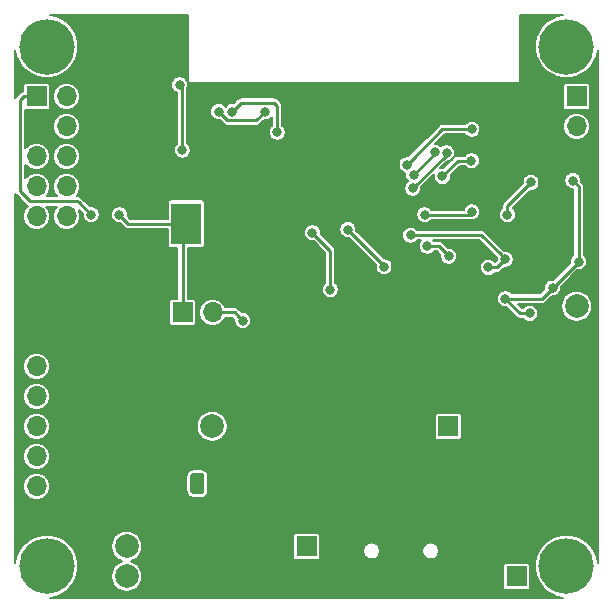
<source format=gbr>
%TF.GenerationSoftware,KiCad,Pcbnew,(5.1.4)-1*%
%TF.CreationDate,2020-01-11T00:21:51+01:00*%
%TF.ProjectId,WROOM02_EV,57524f4f-4d30-4325-9f45-562e6b696361,rev?*%
%TF.SameCoordinates,Original*%
%TF.FileFunction,Copper,L2,Bot*%
%TF.FilePolarity,Positive*%
%FSLAX46Y46*%
G04 Gerber Fmt 4.6, Leading zero omitted, Abs format (unit mm)*
G04 Created by KiCad (PCBNEW (5.1.4)-1) date 2020-01-11 00:21:51*
%MOMM*%
%LPD*%
G04 APERTURE LIST*
%ADD10C,4.700000*%
%ADD11R,2.540000X3.510000*%
%ADD12O,1.200000X1.750000*%
%ADD13C,0.100000*%
%ADD14C,1.200000*%
%ADD15R,1.700000X1.700000*%
%ADD16O,1.700000X1.700000*%
%ADD17O,1.450000X2.000000*%
%ADD18O,1.150000X1.800000*%
%ADD19C,2.000000*%
%ADD20C,0.800000*%
%ADD21C,0.250000*%
%ADD22C,0.127000*%
G04 APERTURE END LIST*
D10*
X124000000Y-97000000D03*
X168000000Y-53000000D03*
X124000000Y-53000000D03*
D11*
X165180000Y-68000000D03*
X135820000Y-68000000D03*
D12*
X138750000Y-90000000D03*
D13*
G36*
X137124505Y-89126204D02*
G01*
X137148773Y-89129804D01*
X137172572Y-89135765D01*
X137195671Y-89144030D01*
X137217850Y-89154520D01*
X137238893Y-89167132D01*
X137258599Y-89181747D01*
X137276777Y-89198223D01*
X137293253Y-89216401D01*
X137307868Y-89236107D01*
X137320480Y-89257150D01*
X137330970Y-89279329D01*
X137339235Y-89302428D01*
X137345196Y-89326227D01*
X137348796Y-89350495D01*
X137350000Y-89374999D01*
X137350000Y-90625001D01*
X137348796Y-90649505D01*
X137345196Y-90673773D01*
X137339235Y-90697572D01*
X137330970Y-90720671D01*
X137320480Y-90742850D01*
X137307868Y-90763893D01*
X137293253Y-90783599D01*
X137276777Y-90801777D01*
X137258599Y-90818253D01*
X137238893Y-90832868D01*
X137217850Y-90845480D01*
X137195671Y-90855970D01*
X137172572Y-90864235D01*
X137148773Y-90870196D01*
X137124505Y-90873796D01*
X137100001Y-90875000D01*
X136399999Y-90875000D01*
X136375495Y-90873796D01*
X136351227Y-90870196D01*
X136327428Y-90864235D01*
X136304329Y-90855970D01*
X136282150Y-90845480D01*
X136261107Y-90832868D01*
X136241401Y-90818253D01*
X136223223Y-90801777D01*
X136206747Y-90783599D01*
X136192132Y-90763893D01*
X136179520Y-90742850D01*
X136169030Y-90720671D01*
X136160765Y-90697572D01*
X136154804Y-90673773D01*
X136151204Y-90649505D01*
X136150000Y-90625001D01*
X136150000Y-89374999D01*
X136151204Y-89350495D01*
X136154804Y-89326227D01*
X136160765Y-89302428D01*
X136169030Y-89279329D01*
X136179520Y-89257150D01*
X136192132Y-89236107D01*
X136206747Y-89216401D01*
X136223223Y-89198223D01*
X136241401Y-89181747D01*
X136261107Y-89167132D01*
X136282150Y-89154520D01*
X136304329Y-89144030D01*
X136327428Y-89135765D01*
X136351227Y-89129804D01*
X136375495Y-89126204D01*
X136399999Y-89125000D01*
X137100001Y-89125000D01*
X137124505Y-89126204D01*
X137124505Y-89126204D01*
G37*
D14*
X136750000Y-90000000D03*
D10*
X168000000Y-97000000D03*
D15*
X168860000Y-57220000D03*
D16*
X168860000Y-59760000D03*
X168860000Y-62300000D03*
D15*
X146000000Y-95320000D03*
D16*
X146000000Y-97860000D03*
D15*
X123140000Y-92780000D03*
D16*
X123140000Y-90240000D03*
X123140000Y-87700000D03*
X123140000Y-85160000D03*
X123140000Y-82620000D03*
X123140000Y-80080000D03*
D15*
X123140000Y-57220000D03*
D16*
X125680000Y-57220000D03*
X123140000Y-59760000D03*
X125680000Y-59760000D03*
X123140000Y-62300000D03*
X125680000Y-62300000D03*
X123140000Y-64840000D03*
X125680000Y-64840000D03*
X123140000Y-67380000D03*
X125680000Y-67380000D03*
X158000000Y-87700000D03*
D15*
X158000000Y-85160000D03*
X163780000Y-97860000D03*
D16*
X161240000Y-97860000D03*
D15*
X135500000Y-75500000D03*
D16*
X138040000Y-75500000D03*
D17*
X150275000Y-94650000D03*
X157725000Y-94650000D03*
D18*
X150125000Y-98450000D03*
X157875000Y-98450000D03*
D19*
X138000000Y-85160000D03*
X130760000Y-97860000D03*
X130760000Y-95320000D03*
X168860000Y-75000000D03*
D20*
X123500000Y-71500000D03*
X123500000Y-76000000D03*
X160000000Y-57000000D03*
X159750000Y-64750000D03*
X140000000Y-69000000D03*
X170100000Y-68500000D03*
X147500000Y-85000000D03*
X168750000Y-91000000D03*
X168750000Y-93500000D03*
X169500000Y-89750000D03*
X131000000Y-57500000D03*
X135500000Y-65500000D03*
X128000000Y-77000000D03*
X126000000Y-82750000D03*
X168250000Y-84750000D03*
X163225000Y-78225000D03*
X167500000Y-68500000D03*
X148250000Y-63500000D03*
X138000000Y-81600000D03*
X159600004Y-71800000D03*
X145649964Y-73100000D03*
X162825010Y-72599988D03*
X166900000Y-75800000D03*
X148400000Y-85000000D03*
X146600000Y-85000000D03*
X145700000Y-85000000D03*
X144800000Y-85000000D03*
X144800000Y-85900000D03*
X145700000Y-85900000D03*
X146600000Y-85900000D03*
X147500000Y-85900000D03*
X144800000Y-86800000D03*
X145700000Y-86800000D03*
X146600000Y-86800000D03*
X144800000Y-87700000D03*
X145700000Y-87700000D03*
X144800000Y-88600000D03*
X145700000Y-80700000D03*
X144800000Y-80700000D03*
X143900000Y-80700000D03*
X143900000Y-79800000D03*
X143000000Y-80700000D03*
X143000000Y-79800000D03*
X142100000Y-79800000D03*
X142100000Y-80700000D03*
X141200000Y-80700000D03*
X141200000Y-79800000D03*
X165762660Y-79762660D03*
X151100000Y-60800000D03*
X151100000Y-66299950D03*
X155000000Y-65000012D03*
X157847465Y-62006550D03*
X140600000Y-76200000D03*
X127750000Y-67250000D03*
X130150000Y-67250000D03*
X135460403Y-61764292D03*
X135250000Y-56250000D03*
X162830005Y-74348008D03*
X169024253Y-71201933D03*
X168550000Y-64350000D03*
X164900006Y-75600000D03*
X154800000Y-68974990D03*
X162825010Y-71000000D03*
X161375000Y-71700000D03*
X166825054Y-73439670D03*
X155054706Y-63832061D03*
X156850034Y-61934748D03*
X157500000Y-64000000D03*
X159954158Y-62668748D03*
X156200000Y-69900000D03*
X158041874Y-70756327D03*
X156000000Y-67250000D03*
X160000002Y-67000000D03*
X142500000Y-58500000D03*
X138550004Y-58500000D03*
X143499996Y-60250000D03*
X163000000Y-67250000D03*
X165000000Y-64500008D03*
X139725831Y-58498849D03*
X160000072Y-60000000D03*
X154500000Y-63000000D03*
X146500000Y-68775000D03*
X147999996Y-73600000D03*
X149500000Y-68500000D03*
X152553687Y-71653687D03*
D21*
X130600001Y-57899999D02*
X131000000Y-57500000D01*
X130000000Y-58500000D02*
X130600001Y-57899999D01*
X123140000Y-59760000D02*
X124400000Y-58500000D01*
X124400000Y-58500000D02*
X130000000Y-58500000D01*
X155000000Y-65000012D02*
X157847465Y-62152547D01*
X157847465Y-62152547D02*
X157847465Y-62006550D01*
X140200001Y-75800001D02*
X140600000Y-76200000D01*
X139900000Y-75500000D02*
X140200001Y-75800001D01*
X138040000Y-75500000D02*
X139900000Y-75500000D01*
X126700000Y-66200000D02*
X127750000Y-67250000D01*
X121750000Y-57510000D02*
X121750000Y-65269501D01*
X121750000Y-65269501D02*
X122580499Y-66100000D01*
X123140000Y-57220000D02*
X122040000Y-57220000D01*
X122580499Y-66100000D02*
X126600000Y-66100000D01*
X122040000Y-57220000D02*
X121750000Y-57510000D01*
X126600000Y-66100000D02*
X126700000Y-66200000D01*
X130900000Y-68000000D02*
X135820000Y-68000000D01*
X130150000Y-67250000D02*
X130900000Y-68000000D01*
X135460403Y-56460403D02*
X135250000Y-56250000D01*
X135460403Y-61764292D02*
X135460403Y-56460403D01*
X135500000Y-68320000D02*
X135820000Y-68000000D01*
X135500000Y-75500000D02*
X135500000Y-68320000D01*
X169024253Y-64824253D02*
X168550000Y-64350000D01*
X169024253Y-71201933D02*
X169024253Y-64824253D01*
X164081997Y-75600000D02*
X164334321Y-75600000D01*
X164334321Y-75600000D02*
X164900006Y-75600000D01*
X162830005Y-74348008D02*
X164081997Y-75600000D01*
X154800000Y-68974990D02*
X160800000Y-68974990D01*
X162425011Y-70600001D02*
X162825010Y-71000000D01*
X160800000Y-68974990D02*
X162425011Y-70600001D01*
X162125010Y-71700000D02*
X162825010Y-71000000D01*
X161375000Y-71700000D02*
X162125010Y-71700000D01*
X169024253Y-71201933D02*
X166825054Y-73401132D01*
X166825054Y-73401132D02*
X166825054Y-73439670D01*
X162830005Y-74348008D02*
X165916716Y-74348008D01*
X165916716Y-74348008D02*
X166425055Y-73839669D01*
X166425055Y-73839669D02*
X166825054Y-73439670D01*
X156850034Y-62036733D02*
X156850034Y-61934748D01*
X155054706Y-63832061D02*
X156850034Y-62036733D01*
X159388473Y-62668748D02*
X159954158Y-62668748D01*
X158831252Y-62668748D02*
X159388473Y-62668748D01*
X157500000Y-64000000D02*
X158831252Y-62668748D01*
X156765685Y-69900000D02*
X156200000Y-69900000D01*
X157185547Y-69900000D02*
X156765685Y-69900000D01*
X158041874Y-70756327D02*
X157185547Y-69900000D01*
X156000000Y-67250000D02*
X159750002Y-67250000D01*
X159750002Y-67250000D02*
X160000002Y-67000000D01*
X142500000Y-58500000D02*
X141751980Y-59248020D01*
X139298024Y-59248020D02*
X138950003Y-58899999D01*
X138950003Y-58899999D02*
X138550004Y-58500000D01*
X141751980Y-59248020D02*
X139298024Y-59248020D01*
X163000000Y-67250000D02*
X163000000Y-66500008D01*
X163000000Y-66500008D02*
X164600001Y-64900007D01*
X164600001Y-64900007D02*
X165000000Y-64500008D01*
X143499996Y-60250000D02*
X143499996Y-57999996D01*
X140474683Y-57749997D02*
X140125830Y-58098850D01*
X143249997Y-57749997D02*
X140474683Y-57749997D01*
X140125830Y-58098850D02*
X139725831Y-58498849D01*
X143499996Y-57999996D02*
X143249997Y-57749997D01*
X157500000Y-60000000D02*
X154899999Y-62600001D01*
X160000072Y-60000000D02*
X157500000Y-60000000D01*
X154899999Y-62600001D02*
X154500000Y-63000000D01*
X146500000Y-68775000D02*
X147999996Y-70274996D01*
X147999996Y-70274996D02*
X147999996Y-73034315D01*
X147999996Y-73034315D02*
X147999996Y-73600000D01*
X149500000Y-68500000D02*
X152553687Y-71553687D01*
X152553687Y-71553687D02*
X152553687Y-71653687D01*
D22*
G36*
X135936500Y-56000000D02*
G01*
X135937720Y-56012388D01*
X135941334Y-56024300D01*
X135947202Y-56035279D01*
X135955099Y-56044901D01*
X135964721Y-56052798D01*
X135975700Y-56058666D01*
X135987612Y-56062280D01*
X136000000Y-56063500D01*
X164000000Y-56063500D01*
X164012388Y-56062280D01*
X164024300Y-56058666D01*
X164035279Y-56052798D01*
X164044901Y-56044901D01*
X164052798Y-56035279D01*
X164058666Y-56024300D01*
X164062280Y-56012388D01*
X164063500Y-56000000D01*
X164063500Y-50342500D01*
X167687000Y-50342500D01*
X167221919Y-50435010D01*
X166736465Y-50636092D01*
X166299568Y-50928017D01*
X165928017Y-51299568D01*
X165636092Y-51736465D01*
X165435010Y-52221919D01*
X165332500Y-52737274D01*
X165332500Y-53262726D01*
X165435010Y-53778081D01*
X165636092Y-54263535D01*
X165928017Y-54700432D01*
X166299568Y-55071983D01*
X166736465Y-55363908D01*
X167221919Y-55564990D01*
X167737274Y-55667500D01*
X168262726Y-55667500D01*
X168778081Y-55564990D01*
X169263535Y-55363908D01*
X169700432Y-55071983D01*
X170071983Y-54700432D01*
X170363908Y-54263535D01*
X170564990Y-53778081D01*
X170657500Y-53313000D01*
X170657501Y-96687005D01*
X170564990Y-96221919D01*
X170363908Y-95736465D01*
X170071983Y-95299568D01*
X169700432Y-94928017D01*
X169263535Y-94636092D01*
X168778081Y-94435010D01*
X168262726Y-94332500D01*
X167737274Y-94332500D01*
X167221919Y-94435010D01*
X166736465Y-94636092D01*
X166299568Y-94928017D01*
X165928017Y-95299568D01*
X165636092Y-95736465D01*
X165435010Y-96221919D01*
X165332500Y-96737274D01*
X165332500Y-97262726D01*
X165435010Y-97778081D01*
X165636092Y-98263535D01*
X165928017Y-98700432D01*
X166299568Y-99071983D01*
X166736465Y-99363908D01*
X167221919Y-99564990D01*
X167687000Y-99657500D01*
X124313000Y-99657500D01*
X124778081Y-99564990D01*
X125263535Y-99363908D01*
X125700432Y-99071983D01*
X126071983Y-98700432D01*
X126363908Y-98263535D01*
X126564990Y-97778081D01*
X126667500Y-97262726D01*
X126667500Y-96737274D01*
X126564990Y-96221919D01*
X126363908Y-95736465D01*
X126071983Y-95299568D01*
X125962653Y-95190238D01*
X129442500Y-95190238D01*
X129442500Y-95449762D01*
X129493131Y-95704301D01*
X129592446Y-95944070D01*
X129736631Y-96159857D01*
X129920143Y-96343369D01*
X130135930Y-96487554D01*
X130375699Y-96586869D01*
X130391440Y-96590000D01*
X130375699Y-96593131D01*
X130135930Y-96692446D01*
X129920143Y-96836631D01*
X129736631Y-97020143D01*
X129592446Y-97235930D01*
X129493131Y-97475699D01*
X129442500Y-97730238D01*
X129442500Y-97989762D01*
X129493131Y-98244301D01*
X129592446Y-98484070D01*
X129736631Y-98699857D01*
X129920143Y-98883369D01*
X130135930Y-99027554D01*
X130375699Y-99126869D01*
X130630238Y-99177500D01*
X130889762Y-99177500D01*
X131144301Y-99126869D01*
X131384070Y-99027554D01*
X131599857Y-98883369D01*
X131783369Y-98699857D01*
X131927554Y-98484070D01*
X132026869Y-98244301D01*
X132077500Y-97989762D01*
X132077500Y-97730238D01*
X132026869Y-97475699D01*
X131927554Y-97235930D01*
X131783369Y-97020143D01*
X131773226Y-97010000D01*
X162610964Y-97010000D01*
X162610964Y-98710000D01*
X162617094Y-98772241D01*
X162635249Y-98832090D01*
X162664731Y-98887247D01*
X162704407Y-98935593D01*
X162752753Y-98975269D01*
X162807910Y-99004751D01*
X162867759Y-99022906D01*
X162930000Y-99029036D01*
X164630000Y-99029036D01*
X164692241Y-99022906D01*
X164752090Y-99004751D01*
X164807247Y-98975269D01*
X164855593Y-98935593D01*
X164895269Y-98887247D01*
X164924751Y-98832090D01*
X164942906Y-98772241D01*
X164949036Y-98710000D01*
X164949036Y-97010000D01*
X164942906Y-96947759D01*
X164924751Y-96887910D01*
X164895269Y-96832753D01*
X164855593Y-96784407D01*
X164807247Y-96744731D01*
X164752090Y-96715249D01*
X164692241Y-96697094D01*
X164630000Y-96690964D01*
X162930000Y-96690964D01*
X162867759Y-96697094D01*
X162807910Y-96715249D01*
X162752753Y-96744731D01*
X162704407Y-96784407D01*
X162664731Y-96832753D01*
X162635249Y-96887910D01*
X162617094Y-96947759D01*
X162610964Y-97010000D01*
X131773226Y-97010000D01*
X131599857Y-96836631D01*
X131384070Y-96692446D01*
X131144301Y-96593131D01*
X131128560Y-96590000D01*
X131144301Y-96586869D01*
X131384070Y-96487554D01*
X131599857Y-96343369D01*
X131783369Y-96159857D01*
X131927554Y-95944070D01*
X132026869Y-95704301D01*
X132077500Y-95449762D01*
X132077500Y-95190238D01*
X132026869Y-94935699D01*
X131927554Y-94695930D01*
X131783369Y-94480143D01*
X131773226Y-94470000D01*
X144830964Y-94470000D01*
X144830964Y-96170000D01*
X144837094Y-96232241D01*
X144855249Y-96292090D01*
X144884731Y-96347247D01*
X144924407Y-96395593D01*
X144972753Y-96435269D01*
X145027910Y-96464751D01*
X145087759Y-96482906D01*
X145150000Y-96489036D01*
X146850000Y-96489036D01*
X146912241Y-96482906D01*
X146972090Y-96464751D01*
X147027247Y-96435269D01*
X147075593Y-96395593D01*
X147115269Y-96347247D01*
X147144751Y-96292090D01*
X147162906Y-96232241D01*
X147169036Y-96170000D01*
X147169036Y-95700000D01*
X150779029Y-95700000D01*
X150792882Y-95840654D01*
X150833910Y-95975904D01*
X150900535Y-96100550D01*
X150990197Y-96209803D01*
X151099450Y-96299465D01*
X151224096Y-96366090D01*
X151359346Y-96407118D01*
X151464758Y-96417500D01*
X151535242Y-96417500D01*
X151640654Y-96407118D01*
X151775904Y-96366090D01*
X151900550Y-96299465D01*
X152009803Y-96209803D01*
X152099465Y-96100550D01*
X152166090Y-95975904D01*
X152207118Y-95840654D01*
X152220971Y-95700000D01*
X155779029Y-95700000D01*
X155792882Y-95840654D01*
X155833910Y-95975904D01*
X155900535Y-96100550D01*
X155990197Y-96209803D01*
X156099450Y-96299465D01*
X156224096Y-96366090D01*
X156359346Y-96407118D01*
X156464758Y-96417500D01*
X156535242Y-96417500D01*
X156640654Y-96407118D01*
X156775904Y-96366090D01*
X156900550Y-96299465D01*
X157009803Y-96209803D01*
X157099465Y-96100550D01*
X157166090Y-95975904D01*
X157207118Y-95840654D01*
X157220971Y-95700000D01*
X157207118Y-95559346D01*
X157166090Y-95424096D01*
X157099465Y-95299450D01*
X157009803Y-95190197D01*
X156900550Y-95100535D01*
X156775904Y-95033910D01*
X156640654Y-94992882D01*
X156535242Y-94982500D01*
X156464758Y-94982500D01*
X156359346Y-94992882D01*
X156224096Y-95033910D01*
X156099450Y-95100535D01*
X155990197Y-95190197D01*
X155900535Y-95299450D01*
X155833910Y-95424096D01*
X155792882Y-95559346D01*
X155779029Y-95700000D01*
X152220971Y-95700000D01*
X152207118Y-95559346D01*
X152166090Y-95424096D01*
X152099465Y-95299450D01*
X152009803Y-95190197D01*
X151900550Y-95100535D01*
X151775904Y-95033910D01*
X151640654Y-94992882D01*
X151535242Y-94982500D01*
X151464758Y-94982500D01*
X151359346Y-94992882D01*
X151224096Y-95033910D01*
X151099450Y-95100535D01*
X150990197Y-95190197D01*
X150900535Y-95299450D01*
X150833910Y-95424096D01*
X150792882Y-95559346D01*
X150779029Y-95700000D01*
X147169036Y-95700000D01*
X147169036Y-94470000D01*
X147162906Y-94407759D01*
X147144751Y-94347910D01*
X147115269Y-94292753D01*
X147075593Y-94244407D01*
X147027247Y-94204731D01*
X146972090Y-94175249D01*
X146912241Y-94157094D01*
X146850000Y-94150964D01*
X145150000Y-94150964D01*
X145087759Y-94157094D01*
X145027910Y-94175249D01*
X144972753Y-94204731D01*
X144924407Y-94244407D01*
X144884731Y-94292753D01*
X144855249Y-94347910D01*
X144837094Y-94407759D01*
X144830964Y-94470000D01*
X131773226Y-94470000D01*
X131599857Y-94296631D01*
X131384070Y-94152446D01*
X131144301Y-94053131D01*
X130889762Y-94002500D01*
X130630238Y-94002500D01*
X130375699Y-94053131D01*
X130135930Y-94152446D01*
X129920143Y-94296631D01*
X129736631Y-94480143D01*
X129592446Y-94695930D01*
X129493131Y-94935699D01*
X129442500Y-95190238D01*
X125962653Y-95190238D01*
X125700432Y-94928017D01*
X125263535Y-94636092D01*
X124778081Y-94435010D01*
X124262726Y-94332500D01*
X123737274Y-94332500D01*
X123221919Y-94435010D01*
X122736465Y-94636092D01*
X122299568Y-94928017D01*
X121928017Y-95299568D01*
X121636092Y-95736465D01*
X121435010Y-96221919D01*
X121342500Y-96687000D01*
X121342500Y-90240000D01*
X121966851Y-90240000D01*
X121989393Y-90468870D01*
X122056152Y-90688945D01*
X122164562Y-90891767D01*
X122310458Y-91069542D01*
X122488233Y-91215438D01*
X122691055Y-91323848D01*
X122911130Y-91390607D01*
X123082645Y-91407500D01*
X123197355Y-91407500D01*
X123368870Y-91390607D01*
X123588945Y-91323848D01*
X123791767Y-91215438D01*
X123969542Y-91069542D01*
X124115438Y-90891767D01*
X124223848Y-90688945D01*
X124290607Y-90468870D01*
X124313149Y-90240000D01*
X124290607Y-90011130D01*
X124223848Y-89791055D01*
X124115438Y-89588233D01*
X123969542Y-89410458D01*
X123926336Y-89374999D01*
X135830964Y-89374999D01*
X135830964Y-90625001D01*
X135841898Y-90736014D01*
X135874279Y-90842761D01*
X135926864Y-90941140D01*
X135997630Y-91027370D01*
X136083860Y-91098136D01*
X136182239Y-91150721D01*
X136288986Y-91183102D01*
X136399999Y-91194036D01*
X137100001Y-91194036D01*
X137211014Y-91183102D01*
X137317761Y-91150721D01*
X137416140Y-91098136D01*
X137502370Y-91027370D01*
X137573136Y-90941140D01*
X137625721Y-90842761D01*
X137658102Y-90736014D01*
X137669036Y-90625001D01*
X137669036Y-89374999D01*
X137658102Y-89263986D01*
X137625721Y-89157239D01*
X137573136Y-89058860D01*
X137502370Y-88972630D01*
X137416140Y-88901864D01*
X137317761Y-88849279D01*
X137211014Y-88816898D01*
X137100001Y-88805964D01*
X136399999Y-88805964D01*
X136288986Y-88816898D01*
X136182239Y-88849279D01*
X136083860Y-88901864D01*
X135997630Y-88972630D01*
X135926864Y-89058860D01*
X135874279Y-89157239D01*
X135841898Y-89263986D01*
X135830964Y-89374999D01*
X123926336Y-89374999D01*
X123791767Y-89264562D01*
X123588945Y-89156152D01*
X123368870Y-89089393D01*
X123197355Y-89072500D01*
X123082645Y-89072500D01*
X122911130Y-89089393D01*
X122691055Y-89156152D01*
X122488233Y-89264562D01*
X122310458Y-89410458D01*
X122164562Y-89588233D01*
X122056152Y-89791055D01*
X121989393Y-90011130D01*
X121966851Y-90240000D01*
X121342500Y-90240000D01*
X121342500Y-87700000D01*
X121966851Y-87700000D01*
X121989393Y-87928870D01*
X122056152Y-88148945D01*
X122164562Y-88351767D01*
X122310458Y-88529542D01*
X122488233Y-88675438D01*
X122691055Y-88783848D01*
X122911130Y-88850607D01*
X123082645Y-88867500D01*
X123197355Y-88867500D01*
X123368870Y-88850607D01*
X123588945Y-88783848D01*
X123791767Y-88675438D01*
X123969542Y-88529542D01*
X124115438Y-88351767D01*
X124223848Y-88148945D01*
X124290607Y-87928870D01*
X124313149Y-87700000D01*
X124290607Y-87471130D01*
X124223848Y-87251055D01*
X124115438Y-87048233D01*
X123969542Y-86870458D01*
X123791767Y-86724562D01*
X123588945Y-86616152D01*
X123368870Y-86549393D01*
X123197355Y-86532500D01*
X123082645Y-86532500D01*
X122911130Y-86549393D01*
X122691055Y-86616152D01*
X122488233Y-86724562D01*
X122310458Y-86870458D01*
X122164562Y-87048233D01*
X122056152Y-87251055D01*
X121989393Y-87471130D01*
X121966851Y-87700000D01*
X121342500Y-87700000D01*
X121342500Y-85160000D01*
X121966851Y-85160000D01*
X121989393Y-85388870D01*
X122056152Y-85608945D01*
X122164562Y-85811767D01*
X122310458Y-85989542D01*
X122488233Y-86135438D01*
X122691055Y-86243848D01*
X122911130Y-86310607D01*
X123082645Y-86327500D01*
X123197355Y-86327500D01*
X123368870Y-86310607D01*
X123588945Y-86243848D01*
X123791767Y-86135438D01*
X123969542Y-85989542D01*
X124115438Y-85811767D01*
X124223848Y-85608945D01*
X124290607Y-85388870D01*
X124313149Y-85160000D01*
X124300369Y-85030238D01*
X136682500Y-85030238D01*
X136682500Y-85289762D01*
X136733131Y-85544301D01*
X136832446Y-85784070D01*
X136976631Y-85999857D01*
X137160143Y-86183369D01*
X137375930Y-86327554D01*
X137615699Y-86426869D01*
X137870238Y-86477500D01*
X138129762Y-86477500D01*
X138384301Y-86426869D01*
X138624070Y-86327554D01*
X138839857Y-86183369D01*
X139023369Y-85999857D01*
X139167554Y-85784070D01*
X139266869Y-85544301D01*
X139317500Y-85289762D01*
X139317500Y-85030238D01*
X139266869Y-84775699D01*
X139167554Y-84535930D01*
X139023369Y-84320143D01*
X139013226Y-84310000D01*
X156830964Y-84310000D01*
X156830964Y-86010000D01*
X156837094Y-86072241D01*
X156855249Y-86132090D01*
X156884731Y-86187247D01*
X156924407Y-86235593D01*
X156972753Y-86275269D01*
X157027910Y-86304751D01*
X157087759Y-86322906D01*
X157150000Y-86329036D01*
X158850000Y-86329036D01*
X158912241Y-86322906D01*
X158972090Y-86304751D01*
X159027247Y-86275269D01*
X159075593Y-86235593D01*
X159115269Y-86187247D01*
X159144751Y-86132090D01*
X159162906Y-86072241D01*
X159169036Y-86010000D01*
X159169036Y-84310000D01*
X159162906Y-84247759D01*
X159144751Y-84187910D01*
X159115269Y-84132753D01*
X159075593Y-84084407D01*
X159027247Y-84044731D01*
X158972090Y-84015249D01*
X158912241Y-83997094D01*
X158850000Y-83990964D01*
X157150000Y-83990964D01*
X157087759Y-83997094D01*
X157027910Y-84015249D01*
X156972753Y-84044731D01*
X156924407Y-84084407D01*
X156884731Y-84132753D01*
X156855249Y-84187910D01*
X156837094Y-84247759D01*
X156830964Y-84310000D01*
X139013226Y-84310000D01*
X138839857Y-84136631D01*
X138624070Y-83992446D01*
X138384301Y-83893131D01*
X138129762Y-83842500D01*
X137870238Y-83842500D01*
X137615699Y-83893131D01*
X137375930Y-83992446D01*
X137160143Y-84136631D01*
X136976631Y-84320143D01*
X136832446Y-84535930D01*
X136733131Y-84775699D01*
X136682500Y-85030238D01*
X124300369Y-85030238D01*
X124290607Y-84931130D01*
X124223848Y-84711055D01*
X124115438Y-84508233D01*
X123969542Y-84330458D01*
X123791767Y-84184562D01*
X123588945Y-84076152D01*
X123368870Y-84009393D01*
X123197355Y-83992500D01*
X123082645Y-83992500D01*
X122911130Y-84009393D01*
X122691055Y-84076152D01*
X122488233Y-84184562D01*
X122310458Y-84330458D01*
X122164562Y-84508233D01*
X122056152Y-84711055D01*
X121989393Y-84931130D01*
X121966851Y-85160000D01*
X121342500Y-85160000D01*
X121342500Y-82620000D01*
X121966851Y-82620000D01*
X121989393Y-82848870D01*
X122056152Y-83068945D01*
X122164562Y-83271767D01*
X122310458Y-83449542D01*
X122488233Y-83595438D01*
X122691055Y-83703848D01*
X122911130Y-83770607D01*
X123082645Y-83787500D01*
X123197355Y-83787500D01*
X123368870Y-83770607D01*
X123588945Y-83703848D01*
X123791767Y-83595438D01*
X123969542Y-83449542D01*
X124115438Y-83271767D01*
X124223848Y-83068945D01*
X124290607Y-82848870D01*
X124313149Y-82620000D01*
X124290607Y-82391130D01*
X124223848Y-82171055D01*
X124115438Y-81968233D01*
X123969542Y-81790458D01*
X123791767Y-81644562D01*
X123588945Y-81536152D01*
X123368870Y-81469393D01*
X123197355Y-81452500D01*
X123082645Y-81452500D01*
X122911130Y-81469393D01*
X122691055Y-81536152D01*
X122488233Y-81644562D01*
X122310458Y-81790458D01*
X122164562Y-81968233D01*
X122056152Y-82171055D01*
X121989393Y-82391130D01*
X121966851Y-82620000D01*
X121342500Y-82620000D01*
X121342500Y-80080000D01*
X121966851Y-80080000D01*
X121989393Y-80308870D01*
X122056152Y-80528945D01*
X122164562Y-80731767D01*
X122310458Y-80909542D01*
X122488233Y-81055438D01*
X122691055Y-81163848D01*
X122911130Y-81230607D01*
X123082645Y-81247500D01*
X123197355Y-81247500D01*
X123368870Y-81230607D01*
X123588945Y-81163848D01*
X123791767Y-81055438D01*
X123969542Y-80909542D01*
X124115438Y-80731767D01*
X124223848Y-80528945D01*
X124290607Y-80308870D01*
X124313149Y-80080000D01*
X124290607Y-79851130D01*
X124223848Y-79631055D01*
X124115438Y-79428233D01*
X123969542Y-79250458D01*
X123791767Y-79104562D01*
X123588945Y-78996152D01*
X123368870Y-78929393D01*
X123197355Y-78912500D01*
X123082645Y-78912500D01*
X122911130Y-78929393D01*
X122691055Y-78996152D01*
X122488233Y-79104562D01*
X122310458Y-79250458D01*
X122164562Y-79428233D01*
X122056152Y-79631055D01*
X121989393Y-79851130D01*
X121966851Y-80080000D01*
X121342500Y-80080000D01*
X121342500Y-65445821D01*
X121380295Y-65516530D01*
X121421735Y-65567025D01*
X121435592Y-65583910D01*
X121452476Y-65597766D01*
X122252233Y-66397524D01*
X122266090Y-66414409D01*
X122282974Y-66428265D01*
X122333469Y-66469705D01*
X122349495Y-66478271D01*
X122379122Y-66494107D01*
X122310458Y-66550458D01*
X122164562Y-66728233D01*
X122056152Y-66931055D01*
X121989393Y-67151130D01*
X121966851Y-67380000D01*
X121989393Y-67608870D01*
X122056152Y-67828945D01*
X122164562Y-68031767D01*
X122310458Y-68209542D01*
X122488233Y-68355438D01*
X122691055Y-68463848D01*
X122911130Y-68530607D01*
X123082645Y-68547500D01*
X123197355Y-68547500D01*
X123368870Y-68530607D01*
X123588945Y-68463848D01*
X123791767Y-68355438D01*
X123969542Y-68209542D01*
X124115438Y-68031767D01*
X124223848Y-67828945D01*
X124290607Y-67608870D01*
X124313149Y-67380000D01*
X124290607Y-67151130D01*
X124223848Y-66931055D01*
X124115438Y-66728233D01*
X123969542Y-66550458D01*
X123959845Y-66542500D01*
X124860155Y-66542500D01*
X124850458Y-66550458D01*
X124704562Y-66728233D01*
X124596152Y-66931055D01*
X124529393Y-67151130D01*
X124506851Y-67380000D01*
X124529393Y-67608870D01*
X124596152Y-67828945D01*
X124704562Y-68031767D01*
X124850458Y-68209542D01*
X125028233Y-68355438D01*
X125231055Y-68463848D01*
X125451130Y-68530607D01*
X125622645Y-68547500D01*
X125737355Y-68547500D01*
X125908870Y-68530607D01*
X126128945Y-68463848D01*
X126331767Y-68355438D01*
X126509542Y-68209542D01*
X126655438Y-68031767D01*
X126763848Y-67828945D01*
X126830607Y-67608870D01*
X126853149Y-67380000D01*
X126830607Y-67151130D01*
X126763848Y-66931055D01*
X126716289Y-66842078D01*
X127035991Y-67161780D01*
X127032500Y-67179332D01*
X127032500Y-67320668D01*
X127060073Y-67459287D01*
X127114159Y-67589864D01*
X127192681Y-67707380D01*
X127292620Y-67807319D01*
X127410136Y-67885841D01*
X127540713Y-67939927D01*
X127679332Y-67967500D01*
X127820668Y-67967500D01*
X127959287Y-67939927D01*
X128089864Y-67885841D01*
X128207380Y-67807319D01*
X128307319Y-67707380D01*
X128385841Y-67589864D01*
X128439927Y-67459287D01*
X128467500Y-67320668D01*
X128467500Y-67179332D01*
X129432500Y-67179332D01*
X129432500Y-67320668D01*
X129460073Y-67459287D01*
X129514159Y-67589864D01*
X129592681Y-67707380D01*
X129692620Y-67807319D01*
X129810136Y-67885841D01*
X129940713Y-67939927D01*
X130079332Y-67967500D01*
X130220668Y-67967500D01*
X130238219Y-67964009D01*
X130571735Y-68297525D01*
X130585591Y-68314409D01*
X130602475Y-68328265D01*
X130652970Y-68369705D01*
X130679747Y-68384018D01*
X130729843Y-68410795D01*
X130813255Y-68436097D01*
X130878263Y-68442500D01*
X130878265Y-68442500D01*
X130899999Y-68444641D01*
X130921733Y-68442500D01*
X134230964Y-68442500D01*
X134230964Y-69755000D01*
X134237094Y-69817241D01*
X134255249Y-69877090D01*
X134284731Y-69932247D01*
X134324407Y-69980593D01*
X134372753Y-70020269D01*
X134427910Y-70049751D01*
X134487759Y-70067906D01*
X134550000Y-70074036D01*
X135057501Y-70074036D01*
X135057500Y-74330964D01*
X134650000Y-74330964D01*
X134587759Y-74337094D01*
X134527910Y-74355249D01*
X134472753Y-74384731D01*
X134424407Y-74424407D01*
X134384731Y-74472753D01*
X134355249Y-74527910D01*
X134337094Y-74587759D01*
X134330964Y-74650000D01*
X134330964Y-76350000D01*
X134337094Y-76412241D01*
X134355249Y-76472090D01*
X134384731Y-76527247D01*
X134424407Y-76575593D01*
X134472753Y-76615269D01*
X134527910Y-76644751D01*
X134587759Y-76662906D01*
X134650000Y-76669036D01*
X136350000Y-76669036D01*
X136412241Y-76662906D01*
X136472090Y-76644751D01*
X136527247Y-76615269D01*
X136575593Y-76575593D01*
X136615269Y-76527247D01*
X136644751Y-76472090D01*
X136662906Y-76412241D01*
X136669036Y-76350000D01*
X136669036Y-75500000D01*
X136866851Y-75500000D01*
X136889393Y-75728870D01*
X136956152Y-75948945D01*
X137064562Y-76151767D01*
X137210458Y-76329542D01*
X137388233Y-76475438D01*
X137591055Y-76583848D01*
X137811130Y-76650607D01*
X137982645Y-76667500D01*
X138097355Y-76667500D01*
X138268870Y-76650607D01*
X138488945Y-76583848D01*
X138691767Y-76475438D01*
X138869542Y-76329542D01*
X139015438Y-76151767D01*
X139123848Y-75948945D01*
X139125803Y-75942500D01*
X139716711Y-75942500D01*
X139885991Y-76111780D01*
X139882500Y-76129332D01*
X139882500Y-76270668D01*
X139910073Y-76409287D01*
X139964159Y-76539864D01*
X140042681Y-76657380D01*
X140142620Y-76757319D01*
X140260136Y-76835841D01*
X140390713Y-76889927D01*
X140529332Y-76917500D01*
X140670668Y-76917500D01*
X140809287Y-76889927D01*
X140939864Y-76835841D01*
X141057380Y-76757319D01*
X141157319Y-76657380D01*
X141235841Y-76539864D01*
X141289927Y-76409287D01*
X141317500Y-76270668D01*
X141317500Y-76129332D01*
X141289927Y-75990713D01*
X141235841Y-75860136D01*
X141157319Y-75742620D01*
X141057380Y-75642681D01*
X140939864Y-75564159D01*
X140809287Y-75510073D01*
X140670668Y-75482500D01*
X140529332Y-75482500D01*
X140511780Y-75485991D01*
X140228270Y-75202481D01*
X140214409Y-75185591D01*
X140147029Y-75130295D01*
X140070157Y-75089205D01*
X139986745Y-75063903D01*
X139921737Y-75057500D01*
X139921734Y-75057500D01*
X139900000Y-75055359D01*
X139878266Y-75057500D01*
X139125803Y-75057500D01*
X139123848Y-75051055D01*
X139015438Y-74848233D01*
X138869542Y-74670458D01*
X138691767Y-74524562D01*
X138488945Y-74416152D01*
X138268870Y-74349393D01*
X138097355Y-74332500D01*
X137982645Y-74332500D01*
X137811130Y-74349393D01*
X137591055Y-74416152D01*
X137388233Y-74524562D01*
X137210458Y-74670458D01*
X137064562Y-74848233D01*
X136956152Y-75051055D01*
X136889393Y-75271130D01*
X136866851Y-75500000D01*
X136669036Y-75500000D01*
X136669036Y-74650000D01*
X136662906Y-74587759D01*
X136644751Y-74527910D01*
X136615269Y-74472753D01*
X136575593Y-74424407D01*
X136527247Y-74384731D01*
X136472090Y-74355249D01*
X136412241Y-74337094D01*
X136350000Y-74330964D01*
X135942500Y-74330964D01*
X135942500Y-70074036D01*
X137090000Y-70074036D01*
X137152241Y-70067906D01*
X137212090Y-70049751D01*
X137267247Y-70020269D01*
X137315593Y-69980593D01*
X137355269Y-69932247D01*
X137384751Y-69877090D01*
X137402906Y-69817241D01*
X137409036Y-69755000D01*
X137409036Y-68704332D01*
X145782500Y-68704332D01*
X145782500Y-68845668D01*
X145810073Y-68984287D01*
X145864159Y-69114864D01*
X145942681Y-69232380D01*
X146042620Y-69332319D01*
X146160136Y-69410841D01*
X146290713Y-69464927D01*
X146429332Y-69492500D01*
X146570668Y-69492500D01*
X146588220Y-69489009D01*
X147557496Y-70458286D01*
X147557497Y-73012569D01*
X147557496Y-73012579D01*
X147557496Y-73032738D01*
X147542616Y-73042681D01*
X147442677Y-73142620D01*
X147364155Y-73260136D01*
X147310069Y-73390713D01*
X147282496Y-73529332D01*
X147282496Y-73670668D01*
X147310069Y-73809287D01*
X147364155Y-73939864D01*
X147442677Y-74057380D01*
X147542616Y-74157319D01*
X147660132Y-74235841D01*
X147790709Y-74289927D01*
X147929328Y-74317500D01*
X148070664Y-74317500D01*
X148209283Y-74289927D01*
X148239671Y-74277340D01*
X162112505Y-74277340D01*
X162112505Y-74418676D01*
X162140078Y-74557295D01*
X162194164Y-74687872D01*
X162272686Y-74805388D01*
X162372625Y-74905327D01*
X162490141Y-74983849D01*
X162620718Y-75037935D01*
X162759337Y-75065508D01*
X162900673Y-75065508D01*
X162918224Y-75062017D01*
X163753732Y-75897525D01*
X163767588Y-75914409D01*
X163784472Y-75928265D01*
X163834967Y-75969705D01*
X163874270Y-75990713D01*
X163911840Y-76010795D01*
X163995252Y-76036097D01*
X164060260Y-76042500D01*
X164060262Y-76042500D01*
X164081996Y-76044641D01*
X164103730Y-76042500D01*
X164332744Y-76042500D01*
X164342687Y-76057380D01*
X164442626Y-76157319D01*
X164560142Y-76235841D01*
X164690719Y-76289927D01*
X164829338Y-76317500D01*
X164970674Y-76317500D01*
X165109293Y-76289927D01*
X165239870Y-76235841D01*
X165357386Y-76157319D01*
X165457325Y-76057380D01*
X165535847Y-75939864D01*
X165589933Y-75809287D01*
X165617506Y-75670668D01*
X165617506Y-75529332D01*
X165589933Y-75390713D01*
X165535847Y-75260136D01*
X165457325Y-75142620D01*
X165357386Y-75042681D01*
X165239870Y-74964159D01*
X165109293Y-74910073D01*
X164970674Y-74882500D01*
X164829338Y-74882500D01*
X164690719Y-74910073D01*
X164560142Y-74964159D01*
X164442626Y-75042681D01*
X164342687Y-75142620D01*
X164332744Y-75157500D01*
X164265287Y-75157500D01*
X163978025Y-74870238D01*
X167542500Y-74870238D01*
X167542500Y-75129762D01*
X167593131Y-75384301D01*
X167692446Y-75624070D01*
X167836631Y-75839857D01*
X168020143Y-76023369D01*
X168235930Y-76167554D01*
X168475699Y-76266869D01*
X168730238Y-76317500D01*
X168989762Y-76317500D01*
X169244301Y-76266869D01*
X169484070Y-76167554D01*
X169699857Y-76023369D01*
X169883369Y-75839857D01*
X170027554Y-75624070D01*
X170126869Y-75384301D01*
X170177500Y-75129762D01*
X170177500Y-74870238D01*
X170126869Y-74615699D01*
X170027554Y-74375930D01*
X169883369Y-74160143D01*
X169699857Y-73976631D01*
X169484070Y-73832446D01*
X169244301Y-73733131D01*
X168989762Y-73682500D01*
X168730238Y-73682500D01*
X168475699Y-73733131D01*
X168235930Y-73832446D01*
X168020143Y-73976631D01*
X167836631Y-74160143D01*
X167692446Y-74375930D01*
X167593131Y-74615699D01*
X167542500Y-74870238D01*
X163978025Y-74870238D01*
X163898295Y-74790508D01*
X165894982Y-74790508D01*
X165916716Y-74792649D01*
X165938450Y-74790508D01*
X165938453Y-74790508D01*
X166003461Y-74784105D01*
X166086873Y-74758803D01*
X166163745Y-74717713D01*
X166231125Y-74662417D01*
X166244985Y-74645528D01*
X166736835Y-74153679D01*
X166754386Y-74157170D01*
X166895722Y-74157170D01*
X167034341Y-74129597D01*
X167164918Y-74075511D01*
X167282434Y-73996989D01*
X167382373Y-73897050D01*
X167460895Y-73779534D01*
X167514981Y-73648957D01*
X167542554Y-73510338D01*
X167542554Y-73369002D01*
X167532669Y-73319306D01*
X168936034Y-71915942D01*
X168953585Y-71919433D01*
X169094921Y-71919433D01*
X169233540Y-71891860D01*
X169364117Y-71837774D01*
X169481633Y-71759252D01*
X169581572Y-71659313D01*
X169660094Y-71541797D01*
X169714180Y-71411220D01*
X169741753Y-71272601D01*
X169741753Y-71131265D01*
X169714180Y-70992646D01*
X169660094Y-70862069D01*
X169581572Y-70744553D01*
X169481633Y-70644614D01*
X169466753Y-70634671D01*
X169466753Y-64845987D01*
X169468894Y-64824252D01*
X169466262Y-64797533D01*
X169460350Y-64737508D01*
X169435048Y-64654096D01*
X169407460Y-64602483D01*
X169393958Y-64577223D01*
X169352518Y-64526728D01*
X169338662Y-64509844D01*
X169321778Y-64495988D01*
X169264009Y-64438219D01*
X169267500Y-64420668D01*
X169267500Y-64279332D01*
X169239927Y-64140713D01*
X169185841Y-64010136D01*
X169107319Y-63892620D01*
X169007380Y-63792681D01*
X168889864Y-63714159D01*
X168759287Y-63660073D01*
X168620668Y-63632500D01*
X168479332Y-63632500D01*
X168340713Y-63660073D01*
X168210136Y-63714159D01*
X168092620Y-63792681D01*
X167992681Y-63892620D01*
X167914159Y-64010136D01*
X167860073Y-64140713D01*
X167832500Y-64279332D01*
X167832500Y-64420668D01*
X167860073Y-64559287D01*
X167914159Y-64689864D01*
X167992681Y-64807380D01*
X168092620Y-64907319D01*
X168210136Y-64985841D01*
X168340713Y-65039927D01*
X168479332Y-65067500D01*
X168581754Y-65067500D01*
X168581753Y-70634671D01*
X168566873Y-70644614D01*
X168466934Y-70744553D01*
X168388412Y-70862069D01*
X168334326Y-70992646D01*
X168306753Y-71131265D01*
X168306753Y-71272601D01*
X168310244Y-71290152D01*
X166878227Y-72722170D01*
X166754386Y-72722170D01*
X166615767Y-72749743D01*
X166485190Y-72803829D01*
X166367674Y-72882351D01*
X166267735Y-72982290D01*
X166189213Y-73099806D01*
X166135127Y-73230383D01*
X166107554Y-73369002D01*
X166107554Y-73510338D01*
X166111045Y-73527889D01*
X165733427Y-73905508D01*
X163397267Y-73905508D01*
X163387324Y-73890628D01*
X163287385Y-73790689D01*
X163169869Y-73712167D01*
X163039292Y-73658081D01*
X162900673Y-73630508D01*
X162759337Y-73630508D01*
X162620718Y-73658081D01*
X162490141Y-73712167D01*
X162372625Y-73790689D01*
X162272686Y-73890628D01*
X162194164Y-74008144D01*
X162140078Y-74138721D01*
X162112505Y-74277340D01*
X148239671Y-74277340D01*
X148339860Y-74235841D01*
X148457376Y-74157319D01*
X148557315Y-74057380D01*
X148635837Y-73939864D01*
X148689923Y-73809287D01*
X148717496Y-73670668D01*
X148717496Y-73529332D01*
X148689923Y-73390713D01*
X148635837Y-73260136D01*
X148557315Y-73142620D01*
X148457376Y-73042681D01*
X148442496Y-73032738D01*
X148442496Y-70296733D01*
X148444637Y-70274996D01*
X148436093Y-70188251D01*
X148410791Y-70104839D01*
X148369701Y-70027967D01*
X148328261Y-69977471D01*
X148314405Y-69960587D01*
X148297522Y-69946732D01*
X147214009Y-68863220D01*
X147217500Y-68845668D01*
X147217500Y-68704332D01*
X147189927Y-68565713D01*
X147135841Y-68435136D01*
X147131963Y-68429332D01*
X148782500Y-68429332D01*
X148782500Y-68570668D01*
X148810073Y-68709287D01*
X148864159Y-68839864D01*
X148942681Y-68957380D01*
X149042620Y-69057319D01*
X149160136Y-69135841D01*
X149290713Y-69189927D01*
X149429332Y-69217500D01*
X149570668Y-69217500D01*
X149588220Y-69214009D01*
X151856269Y-71482059D01*
X151836187Y-71583019D01*
X151836187Y-71724355D01*
X151863760Y-71862974D01*
X151917846Y-71993551D01*
X151996368Y-72111067D01*
X152096307Y-72211006D01*
X152213823Y-72289528D01*
X152344400Y-72343614D01*
X152483019Y-72371187D01*
X152624355Y-72371187D01*
X152762974Y-72343614D01*
X152893551Y-72289528D01*
X153011067Y-72211006D01*
X153111006Y-72111067D01*
X153189528Y-71993551D01*
X153243614Y-71862974D01*
X153271187Y-71724355D01*
X153271187Y-71583019D01*
X153243614Y-71444400D01*
X153189528Y-71313823D01*
X153111006Y-71196307D01*
X153011067Y-71096368D01*
X152893551Y-71017846D01*
X152762974Y-70963760D01*
X152624355Y-70936187D01*
X152561977Y-70936187D01*
X150530112Y-68904322D01*
X154082500Y-68904322D01*
X154082500Y-69045658D01*
X154110073Y-69184277D01*
X154164159Y-69314854D01*
X154242681Y-69432370D01*
X154342620Y-69532309D01*
X154460136Y-69610831D01*
X154590713Y-69664917D01*
X154729332Y-69692490D01*
X154870668Y-69692490D01*
X155009287Y-69664917D01*
X155139864Y-69610831D01*
X155257380Y-69532309D01*
X155357319Y-69432370D01*
X155367262Y-69417490D01*
X155667811Y-69417490D01*
X155642681Y-69442620D01*
X155564159Y-69560136D01*
X155510073Y-69690713D01*
X155482500Y-69829332D01*
X155482500Y-69970668D01*
X155510073Y-70109287D01*
X155564159Y-70239864D01*
X155642681Y-70357380D01*
X155742620Y-70457319D01*
X155860136Y-70535841D01*
X155990713Y-70589927D01*
X156129332Y-70617500D01*
X156270668Y-70617500D01*
X156409287Y-70589927D01*
X156539864Y-70535841D01*
X156657380Y-70457319D01*
X156757319Y-70357380D01*
X156767262Y-70342500D01*
X157002258Y-70342500D01*
X157327865Y-70668107D01*
X157324374Y-70685659D01*
X157324374Y-70826995D01*
X157351947Y-70965614D01*
X157406033Y-71096191D01*
X157484555Y-71213707D01*
X157584494Y-71313646D01*
X157702010Y-71392168D01*
X157832587Y-71446254D01*
X157971206Y-71473827D01*
X158112542Y-71473827D01*
X158251161Y-71446254D01*
X158381738Y-71392168D01*
X158499254Y-71313646D01*
X158599193Y-71213707D01*
X158677715Y-71096191D01*
X158731801Y-70965614D01*
X158759374Y-70826995D01*
X158759374Y-70685659D01*
X158731801Y-70547040D01*
X158677715Y-70416463D01*
X158599193Y-70298947D01*
X158499254Y-70199008D01*
X158381738Y-70120486D01*
X158251161Y-70066400D01*
X158112542Y-70038827D01*
X157971206Y-70038827D01*
X157953654Y-70042318D01*
X157513817Y-69602481D01*
X157499956Y-69585591D01*
X157432576Y-69530295D01*
X157355704Y-69489205D01*
X157272292Y-69463903D01*
X157207284Y-69457500D01*
X157207281Y-69457500D01*
X157185547Y-69455359D01*
X157163813Y-69457500D01*
X156767262Y-69457500D01*
X156757319Y-69442620D01*
X156732189Y-69417490D01*
X160616711Y-69417490D01*
X162111001Y-70911781D01*
X162107510Y-70929332D01*
X162107510Y-71070668D01*
X162111001Y-71088220D01*
X161942045Y-71257176D01*
X161932319Y-71242620D01*
X161832380Y-71142681D01*
X161714864Y-71064159D01*
X161584287Y-71010073D01*
X161445668Y-70982500D01*
X161304332Y-70982500D01*
X161165713Y-71010073D01*
X161035136Y-71064159D01*
X160917620Y-71142681D01*
X160817681Y-71242620D01*
X160739159Y-71360136D01*
X160685073Y-71490713D01*
X160657500Y-71629332D01*
X160657500Y-71770668D01*
X160685073Y-71909287D01*
X160739159Y-72039864D01*
X160817681Y-72157380D01*
X160917620Y-72257319D01*
X161035136Y-72335841D01*
X161165713Y-72389927D01*
X161304332Y-72417500D01*
X161445668Y-72417500D01*
X161584287Y-72389927D01*
X161714864Y-72335841D01*
X161832380Y-72257319D01*
X161932319Y-72157380D01*
X161942262Y-72142500D01*
X162103276Y-72142500D01*
X162125010Y-72144641D01*
X162146744Y-72142500D01*
X162146747Y-72142500D01*
X162211755Y-72136097D01*
X162295167Y-72110795D01*
X162372039Y-72069705D01*
X162439419Y-72014409D01*
X162453280Y-71997519D01*
X162736790Y-71714009D01*
X162754342Y-71717500D01*
X162895678Y-71717500D01*
X163034297Y-71689927D01*
X163164874Y-71635841D01*
X163282390Y-71557319D01*
X163382329Y-71457380D01*
X163460851Y-71339864D01*
X163514937Y-71209287D01*
X163542510Y-71070668D01*
X163542510Y-70929332D01*
X163514937Y-70790713D01*
X163460851Y-70660136D01*
X163382329Y-70542620D01*
X163282390Y-70442681D01*
X163164874Y-70364159D01*
X163034297Y-70310073D01*
X162895678Y-70282500D01*
X162754342Y-70282500D01*
X162736791Y-70285991D01*
X161128270Y-68677471D01*
X161114409Y-68660581D01*
X161047029Y-68605285D01*
X160970157Y-68564195D01*
X160886745Y-68538893D01*
X160821737Y-68532490D01*
X160821734Y-68532490D01*
X160800000Y-68530349D01*
X160778266Y-68532490D01*
X155367262Y-68532490D01*
X155357319Y-68517610D01*
X155257380Y-68417671D01*
X155139864Y-68339149D01*
X155009287Y-68285063D01*
X154870668Y-68257490D01*
X154729332Y-68257490D01*
X154590713Y-68285063D01*
X154460136Y-68339149D01*
X154342620Y-68417671D01*
X154242681Y-68517610D01*
X154164159Y-68635126D01*
X154110073Y-68765703D01*
X154082500Y-68904322D01*
X150530112Y-68904322D01*
X150214009Y-68588220D01*
X150217500Y-68570668D01*
X150217500Y-68429332D01*
X150189927Y-68290713D01*
X150135841Y-68160136D01*
X150057319Y-68042620D01*
X149957380Y-67942681D01*
X149839864Y-67864159D01*
X149709287Y-67810073D01*
X149570668Y-67782500D01*
X149429332Y-67782500D01*
X149290713Y-67810073D01*
X149160136Y-67864159D01*
X149042620Y-67942681D01*
X148942681Y-68042620D01*
X148864159Y-68160136D01*
X148810073Y-68290713D01*
X148782500Y-68429332D01*
X147131963Y-68429332D01*
X147057319Y-68317620D01*
X146957380Y-68217681D01*
X146839864Y-68139159D01*
X146709287Y-68085073D01*
X146570668Y-68057500D01*
X146429332Y-68057500D01*
X146290713Y-68085073D01*
X146160136Y-68139159D01*
X146042620Y-68217681D01*
X145942681Y-68317620D01*
X145864159Y-68435136D01*
X145810073Y-68565713D01*
X145782500Y-68704332D01*
X137409036Y-68704332D01*
X137409036Y-67179332D01*
X155282500Y-67179332D01*
X155282500Y-67320668D01*
X155310073Y-67459287D01*
X155364159Y-67589864D01*
X155442681Y-67707380D01*
X155542620Y-67807319D01*
X155660136Y-67885841D01*
X155790713Y-67939927D01*
X155929332Y-67967500D01*
X156070668Y-67967500D01*
X156209287Y-67939927D01*
X156339864Y-67885841D01*
X156457380Y-67807319D01*
X156557319Y-67707380D01*
X156567262Y-67692500D01*
X159728268Y-67692500D01*
X159750002Y-67694641D01*
X159771736Y-67692500D01*
X159771739Y-67692500D01*
X159793082Y-67690398D01*
X159929334Y-67717500D01*
X160070670Y-67717500D01*
X160209289Y-67689927D01*
X160339866Y-67635841D01*
X160457382Y-67557319D01*
X160557321Y-67457380D01*
X160635843Y-67339864D01*
X160689929Y-67209287D01*
X160695887Y-67179332D01*
X162282500Y-67179332D01*
X162282500Y-67320668D01*
X162310073Y-67459287D01*
X162364159Y-67589864D01*
X162442681Y-67707380D01*
X162542620Y-67807319D01*
X162660136Y-67885841D01*
X162790713Y-67939927D01*
X162929332Y-67967500D01*
X163070668Y-67967500D01*
X163209287Y-67939927D01*
X163339864Y-67885841D01*
X163457380Y-67807319D01*
X163557319Y-67707380D01*
X163635841Y-67589864D01*
X163689927Y-67459287D01*
X163717500Y-67320668D01*
X163717500Y-67179332D01*
X163689927Y-67040713D01*
X163635841Y-66910136D01*
X163557319Y-66792620D01*
X163457380Y-66692681D01*
X163442835Y-66682962D01*
X164911781Y-65214017D01*
X164929332Y-65217508D01*
X165070668Y-65217508D01*
X165209287Y-65189935D01*
X165339864Y-65135849D01*
X165457380Y-65057327D01*
X165557319Y-64957388D01*
X165635841Y-64839872D01*
X165689927Y-64709295D01*
X165717500Y-64570676D01*
X165717500Y-64429340D01*
X165689927Y-64290721D01*
X165635841Y-64160144D01*
X165557319Y-64042628D01*
X165457380Y-63942689D01*
X165339864Y-63864167D01*
X165209287Y-63810081D01*
X165070668Y-63782508D01*
X164929332Y-63782508D01*
X164790713Y-63810081D01*
X164660136Y-63864167D01*
X164542620Y-63942689D01*
X164442681Y-64042628D01*
X164364159Y-64160144D01*
X164310073Y-64290721D01*
X164282500Y-64429340D01*
X164282500Y-64570676D01*
X164285991Y-64588227D01*
X162702476Y-66171743D01*
X162685592Y-66185599D01*
X162671736Y-66202483D01*
X162671735Y-66202484D01*
X162630295Y-66252979D01*
X162589205Y-66329852D01*
X162563904Y-66413263D01*
X162555359Y-66500008D01*
X162557501Y-66521752D01*
X162557501Y-66682738D01*
X162542620Y-66692681D01*
X162442681Y-66792620D01*
X162364159Y-66910136D01*
X162310073Y-67040713D01*
X162282500Y-67179332D01*
X160695887Y-67179332D01*
X160717502Y-67070668D01*
X160717502Y-66929332D01*
X160689929Y-66790713D01*
X160635843Y-66660136D01*
X160557321Y-66542620D01*
X160457382Y-66442681D01*
X160339866Y-66364159D01*
X160209289Y-66310073D01*
X160070670Y-66282500D01*
X159929334Y-66282500D01*
X159790715Y-66310073D01*
X159660138Y-66364159D01*
X159542622Y-66442681D01*
X159442683Y-66542620D01*
X159364161Y-66660136D01*
X159310075Y-66790713D01*
X159306736Y-66807500D01*
X156567262Y-66807500D01*
X156557319Y-66792620D01*
X156457380Y-66692681D01*
X156339864Y-66614159D01*
X156209287Y-66560073D01*
X156070668Y-66532500D01*
X155929332Y-66532500D01*
X155790713Y-66560073D01*
X155660136Y-66614159D01*
X155542620Y-66692681D01*
X155442681Y-66792620D01*
X155364159Y-66910136D01*
X155310073Y-67040713D01*
X155282500Y-67179332D01*
X137409036Y-67179332D01*
X137409036Y-66245000D01*
X137402906Y-66182759D01*
X137384751Y-66122910D01*
X137355269Y-66067753D01*
X137315593Y-66019407D01*
X137267247Y-65979731D01*
X137212090Y-65950249D01*
X137152241Y-65932094D01*
X137090000Y-65925964D01*
X134550000Y-65925964D01*
X134487759Y-65932094D01*
X134427910Y-65950249D01*
X134372753Y-65979731D01*
X134324407Y-66019407D01*
X134284731Y-66067753D01*
X134255249Y-66122910D01*
X134237094Y-66182759D01*
X134230964Y-66245000D01*
X134230964Y-67557500D01*
X131083290Y-67557500D01*
X130864009Y-67338219D01*
X130867500Y-67320668D01*
X130867500Y-67179332D01*
X130839927Y-67040713D01*
X130785841Y-66910136D01*
X130707319Y-66792620D01*
X130607380Y-66692681D01*
X130489864Y-66614159D01*
X130359287Y-66560073D01*
X130220668Y-66532500D01*
X130079332Y-66532500D01*
X129940713Y-66560073D01*
X129810136Y-66614159D01*
X129692620Y-66692681D01*
X129592681Y-66792620D01*
X129514159Y-66910136D01*
X129460073Y-67040713D01*
X129432500Y-67179332D01*
X128467500Y-67179332D01*
X128439927Y-67040713D01*
X128385841Y-66910136D01*
X128307319Y-66792620D01*
X128207380Y-66692681D01*
X128089864Y-66614159D01*
X127959287Y-66560073D01*
X127820668Y-66532500D01*
X127679332Y-66532500D01*
X127661780Y-66535991D01*
X126928271Y-65802482D01*
X126914409Y-65785591D01*
X126847029Y-65730295D01*
X126770157Y-65689205D01*
X126686745Y-65663903D01*
X126621737Y-65657500D01*
X126621734Y-65657500D01*
X126600000Y-65655359D01*
X126578266Y-65657500D01*
X126519425Y-65657500D01*
X126655438Y-65491767D01*
X126763848Y-65288945D01*
X126830607Y-65068870D01*
X126853149Y-64840000D01*
X126830607Y-64611130D01*
X126763848Y-64391055D01*
X126655438Y-64188233D01*
X126509542Y-64010458D01*
X126331767Y-63864562D01*
X126128945Y-63756152D01*
X125908870Y-63689393D01*
X125737355Y-63672500D01*
X125622645Y-63672500D01*
X125451130Y-63689393D01*
X125231055Y-63756152D01*
X125028233Y-63864562D01*
X124850458Y-64010458D01*
X124704562Y-64188233D01*
X124596152Y-64391055D01*
X124529393Y-64611130D01*
X124506851Y-64840000D01*
X124529393Y-65068870D01*
X124596152Y-65288945D01*
X124704562Y-65491767D01*
X124840575Y-65657500D01*
X123979425Y-65657500D01*
X124115438Y-65491767D01*
X124223848Y-65288945D01*
X124290607Y-65068870D01*
X124313149Y-64840000D01*
X124290607Y-64611130D01*
X124223848Y-64391055D01*
X124115438Y-64188233D01*
X123969542Y-64010458D01*
X123791767Y-63864562D01*
X123588945Y-63756152D01*
X123368870Y-63689393D01*
X123197355Y-63672500D01*
X123082645Y-63672500D01*
X122911130Y-63689393D01*
X122691055Y-63756152D01*
X122488233Y-63864562D01*
X122310458Y-64010458D01*
X122192500Y-64154190D01*
X122192500Y-62985810D01*
X122310458Y-63129542D01*
X122488233Y-63275438D01*
X122691055Y-63383848D01*
X122911130Y-63450607D01*
X123082645Y-63467500D01*
X123197355Y-63467500D01*
X123368870Y-63450607D01*
X123588945Y-63383848D01*
X123791767Y-63275438D01*
X123969542Y-63129542D01*
X124115438Y-62951767D01*
X124223848Y-62748945D01*
X124290607Y-62528870D01*
X124313149Y-62300000D01*
X124506851Y-62300000D01*
X124529393Y-62528870D01*
X124596152Y-62748945D01*
X124704562Y-62951767D01*
X124850458Y-63129542D01*
X125028233Y-63275438D01*
X125231055Y-63383848D01*
X125451130Y-63450607D01*
X125622645Y-63467500D01*
X125737355Y-63467500D01*
X125908870Y-63450607D01*
X126128945Y-63383848D01*
X126331767Y-63275438D01*
X126509542Y-63129542D01*
X126655438Y-62951767D01*
X126667429Y-62929332D01*
X153782500Y-62929332D01*
X153782500Y-63070668D01*
X153810073Y-63209287D01*
X153864159Y-63339864D01*
X153942681Y-63457380D01*
X154042620Y-63557319D01*
X154160136Y-63635841D01*
X154290713Y-63689927D01*
X154349111Y-63701543D01*
X154337206Y-63761393D01*
X154337206Y-63902729D01*
X154364779Y-64041348D01*
X154418865Y-64171925D01*
X154497387Y-64289441D01*
X154597326Y-64389380D01*
X154609867Y-64397760D01*
X154542620Y-64442693D01*
X154442681Y-64542632D01*
X154364159Y-64660148D01*
X154310073Y-64790725D01*
X154282500Y-64929344D01*
X154282500Y-65070680D01*
X154310073Y-65209299D01*
X154364159Y-65339876D01*
X154442681Y-65457392D01*
X154542620Y-65557331D01*
X154660136Y-65635853D01*
X154790713Y-65689939D01*
X154929332Y-65717512D01*
X155070668Y-65717512D01*
X155209287Y-65689939D01*
X155339864Y-65635853D01*
X155457380Y-65557331D01*
X155557319Y-65457392D01*
X155635841Y-65339876D01*
X155689927Y-65209299D01*
X155717500Y-65070680D01*
X155717500Y-64929344D01*
X155714009Y-64911792D01*
X156803862Y-63821940D01*
X156782500Y-63929332D01*
X156782500Y-64070668D01*
X156810073Y-64209287D01*
X156864159Y-64339864D01*
X156942681Y-64457380D01*
X157042620Y-64557319D01*
X157160136Y-64635841D01*
X157290713Y-64689927D01*
X157429332Y-64717500D01*
X157570668Y-64717500D01*
X157709287Y-64689927D01*
X157839864Y-64635841D01*
X157957380Y-64557319D01*
X158057319Y-64457380D01*
X158135841Y-64339864D01*
X158189927Y-64209287D01*
X158217500Y-64070668D01*
X158217500Y-63929332D01*
X158214009Y-63911781D01*
X159014542Y-63111248D01*
X159386896Y-63111248D01*
X159396839Y-63126128D01*
X159496778Y-63226067D01*
X159614294Y-63304589D01*
X159744871Y-63358675D01*
X159883490Y-63386248D01*
X160024826Y-63386248D01*
X160163445Y-63358675D01*
X160294022Y-63304589D01*
X160411538Y-63226067D01*
X160511477Y-63126128D01*
X160589999Y-63008612D01*
X160644085Y-62878035D01*
X160671658Y-62739416D01*
X160671658Y-62598080D01*
X160644085Y-62459461D01*
X160589999Y-62328884D01*
X160511477Y-62211368D01*
X160411538Y-62111429D01*
X160294022Y-62032907D01*
X160163445Y-61978821D01*
X160024826Y-61951248D01*
X159883490Y-61951248D01*
X159744871Y-61978821D01*
X159614294Y-62032907D01*
X159496778Y-62111429D01*
X159396839Y-62211368D01*
X159386896Y-62226248D01*
X158852989Y-62226248D01*
X158831252Y-62224107D01*
X158809515Y-62226248D01*
X158744507Y-62232651D01*
X158661095Y-62257953D01*
X158584223Y-62299043D01*
X158516843Y-62354339D01*
X158502987Y-62371223D01*
X157588219Y-63285991D01*
X157570668Y-63282500D01*
X157429332Y-63282500D01*
X157321940Y-63303862D01*
X157901752Y-62724050D01*
X157918133Y-62724050D01*
X158056752Y-62696477D01*
X158187329Y-62642391D01*
X158304845Y-62563869D01*
X158404784Y-62463930D01*
X158483306Y-62346414D01*
X158537392Y-62215837D01*
X158564965Y-62077218D01*
X158564965Y-61935882D01*
X158537392Y-61797263D01*
X158483306Y-61666686D01*
X158404784Y-61549170D01*
X158304845Y-61449231D01*
X158187329Y-61370709D01*
X158056752Y-61316623D01*
X157918133Y-61289050D01*
X157776797Y-61289050D01*
X157638178Y-61316623D01*
X157507601Y-61370709D01*
X157390085Y-61449231D01*
X157384651Y-61454666D01*
X157307414Y-61377429D01*
X157189898Y-61298907D01*
X157059321Y-61244821D01*
X156920702Y-61217248D01*
X156908542Y-61217248D01*
X157683290Y-60442500D01*
X159432810Y-60442500D01*
X159442753Y-60457380D01*
X159542692Y-60557319D01*
X159660208Y-60635841D01*
X159790785Y-60689927D01*
X159929404Y-60717500D01*
X160070740Y-60717500D01*
X160209359Y-60689927D01*
X160339936Y-60635841D01*
X160457452Y-60557319D01*
X160557391Y-60457380D01*
X160635913Y-60339864D01*
X160689999Y-60209287D01*
X160717572Y-60070668D01*
X160717572Y-59929332D01*
X160689999Y-59790713D01*
X160677278Y-59760000D01*
X167686851Y-59760000D01*
X167709393Y-59988870D01*
X167776152Y-60208945D01*
X167884562Y-60411767D01*
X168030458Y-60589542D01*
X168208233Y-60735438D01*
X168411055Y-60843848D01*
X168631130Y-60910607D01*
X168802645Y-60927500D01*
X168917355Y-60927500D01*
X169088870Y-60910607D01*
X169308945Y-60843848D01*
X169511767Y-60735438D01*
X169689542Y-60589542D01*
X169835438Y-60411767D01*
X169943848Y-60208945D01*
X170010607Y-59988870D01*
X170033149Y-59760000D01*
X170010607Y-59531130D01*
X169943848Y-59311055D01*
X169835438Y-59108233D01*
X169689542Y-58930458D01*
X169511767Y-58784562D01*
X169308945Y-58676152D01*
X169088870Y-58609393D01*
X168917355Y-58592500D01*
X168802645Y-58592500D01*
X168631130Y-58609393D01*
X168411055Y-58676152D01*
X168208233Y-58784562D01*
X168030458Y-58930458D01*
X167884562Y-59108233D01*
X167776152Y-59311055D01*
X167709393Y-59531130D01*
X167686851Y-59760000D01*
X160677278Y-59760000D01*
X160635913Y-59660136D01*
X160557391Y-59542620D01*
X160457452Y-59442681D01*
X160339936Y-59364159D01*
X160209359Y-59310073D01*
X160070740Y-59282500D01*
X159929404Y-59282500D01*
X159790785Y-59310073D01*
X159660208Y-59364159D01*
X159542692Y-59442681D01*
X159442753Y-59542620D01*
X159432810Y-59557500D01*
X157521737Y-59557500D01*
X157500000Y-59555359D01*
X157478263Y-59557500D01*
X157413255Y-59563903D01*
X157329843Y-59589205D01*
X157252971Y-59630295D01*
X157185591Y-59685591D01*
X157171735Y-59702475D01*
X154602480Y-62271731D01*
X154602474Y-62271736D01*
X154588219Y-62285991D01*
X154570668Y-62282500D01*
X154429332Y-62282500D01*
X154290713Y-62310073D01*
X154160136Y-62364159D01*
X154042620Y-62442681D01*
X153942681Y-62542620D01*
X153864159Y-62660136D01*
X153810073Y-62790713D01*
X153782500Y-62929332D01*
X126667429Y-62929332D01*
X126763848Y-62748945D01*
X126830607Y-62528870D01*
X126853149Y-62300000D01*
X126830607Y-62071130D01*
X126763848Y-61851055D01*
X126655438Y-61648233D01*
X126509542Y-61470458D01*
X126331767Y-61324562D01*
X126128945Y-61216152D01*
X125908870Y-61149393D01*
X125737355Y-61132500D01*
X125622645Y-61132500D01*
X125451130Y-61149393D01*
X125231055Y-61216152D01*
X125028233Y-61324562D01*
X124850458Y-61470458D01*
X124704562Y-61648233D01*
X124596152Y-61851055D01*
X124529393Y-62071130D01*
X124506851Y-62300000D01*
X124313149Y-62300000D01*
X124290607Y-62071130D01*
X124223848Y-61851055D01*
X124115438Y-61648233D01*
X123969542Y-61470458D01*
X123791767Y-61324562D01*
X123588945Y-61216152D01*
X123368870Y-61149393D01*
X123197355Y-61132500D01*
X123082645Y-61132500D01*
X122911130Y-61149393D01*
X122691055Y-61216152D01*
X122488233Y-61324562D01*
X122310458Y-61470458D01*
X122192500Y-61614190D01*
X122192500Y-59760000D01*
X124506851Y-59760000D01*
X124529393Y-59988870D01*
X124596152Y-60208945D01*
X124704562Y-60411767D01*
X124850458Y-60589542D01*
X125028233Y-60735438D01*
X125231055Y-60843848D01*
X125451130Y-60910607D01*
X125622645Y-60927500D01*
X125737355Y-60927500D01*
X125908870Y-60910607D01*
X126128945Y-60843848D01*
X126331767Y-60735438D01*
X126509542Y-60589542D01*
X126655438Y-60411767D01*
X126763848Y-60208945D01*
X126830607Y-59988870D01*
X126853149Y-59760000D01*
X126830607Y-59531130D01*
X126763848Y-59311055D01*
X126655438Y-59108233D01*
X126509542Y-58930458D01*
X126331767Y-58784562D01*
X126128945Y-58676152D01*
X125908870Y-58609393D01*
X125737355Y-58592500D01*
X125622645Y-58592500D01*
X125451130Y-58609393D01*
X125231055Y-58676152D01*
X125028233Y-58784562D01*
X124850458Y-58930458D01*
X124704562Y-59108233D01*
X124596152Y-59311055D01*
X124529393Y-59531130D01*
X124506851Y-59760000D01*
X122192500Y-59760000D01*
X122192500Y-58372210D01*
X122227759Y-58382906D01*
X122290000Y-58389036D01*
X123990000Y-58389036D01*
X124052241Y-58382906D01*
X124112090Y-58364751D01*
X124167247Y-58335269D01*
X124215593Y-58295593D01*
X124255269Y-58247247D01*
X124284751Y-58192090D01*
X124302906Y-58132241D01*
X124309036Y-58070000D01*
X124309036Y-57220000D01*
X124506851Y-57220000D01*
X124529393Y-57448870D01*
X124596152Y-57668945D01*
X124704562Y-57871767D01*
X124850458Y-58049542D01*
X125028233Y-58195438D01*
X125231055Y-58303848D01*
X125451130Y-58370607D01*
X125622645Y-58387500D01*
X125737355Y-58387500D01*
X125908870Y-58370607D01*
X126128945Y-58303848D01*
X126331767Y-58195438D01*
X126509542Y-58049542D01*
X126655438Y-57871767D01*
X126763848Y-57668945D01*
X126830607Y-57448870D01*
X126853149Y-57220000D01*
X126830607Y-56991130D01*
X126763848Y-56771055D01*
X126655438Y-56568233D01*
X126509542Y-56390458D01*
X126331767Y-56244562D01*
X126209730Y-56179332D01*
X134532500Y-56179332D01*
X134532500Y-56320668D01*
X134560073Y-56459287D01*
X134614159Y-56589864D01*
X134692681Y-56707380D01*
X134792620Y-56807319D01*
X134910136Y-56885841D01*
X135017904Y-56930479D01*
X135017903Y-61197030D01*
X135003023Y-61206973D01*
X134903084Y-61306912D01*
X134824562Y-61424428D01*
X134770476Y-61555005D01*
X134742903Y-61693624D01*
X134742903Y-61834960D01*
X134770476Y-61973579D01*
X134824562Y-62104156D01*
X134903084Y-62221672D01*
X135003023Y-62321611D01*
X135120539Y-62400133D01*
X135251116Y-62454219D01*
X135389735Y-62481792D01*
X135531071Y-62481792D01*
X135669690Y-62454219D01*
X135800267Y-62400133D01*
X135917783Y-62321611D01*
X136017722Y-62221672D01*
X136096244Y-62104156D01*
X136150330Y-61973579D01*
X136177903Y-61834960D01*
X136177903Y-61693624D01*
X136150330Y-61555005D01*
X136096244Y-61424428D01*
X136017722Y-61306912D01*
X135917783Y-61206973D01*
X135902903Y-61197030D01*
X135902903Y-58429332D01*
X137832504Y-58429332D01*
X137832504Y-58570668D01*
X137860077Y-58709287D01*
X137914163Y-58839864D01*
X137992685Y-58957380D01*
X138092624Y-59057319D01*
X138210140Y-59135841D01*
X138340717Y-59189927D01*
X138479336Y-59217500D01*
X138620672Y-59217500D01*
X138638223Y-59214009D01*
X138652478Y-59228264D01*
X138652483Y-59228268D01*
X138969759Y-59545545D01*
X138983615Y-59562429D01*
X139000499Y-59576285D01*
X139050994Y-59617725D01*
X139074511Y-59630295D01*
X139127867Y-59658815D01*
X139211279Y-59684117D01*
X139276287Y-59690520D01*
X139276289Y-59690520D01*
X139298023Y-59692661D01*
X139319758Y-59690520D01*
X141730246Y-59690520D01*
X141751980Y-59692661D01*
X141773714Y-59690520D01*
X141773717Y-59690520D01*
X141838725Y-59684117D01*
X141922137Y-59658815D01*
X141999009Y-59617725D01*
X142066389Y-59562429D01*
X142080249Y-59545540D01*
X142411781Y-59214009D01*
X142429332Y-59217500D01*
X142570668Y-59217500D01*
X142709287Y-59189927D01*
X142839864Y-59135841D01*
X142957380Y-59057319D01*
X143057319Y-58957380D01*
X143057497Y-58957114D01*
X143057496Y-59682738D01*
X143042616Y-59692681D01*
X142942677Y-59792620D01*
X142864155Y-59910136D01*
X142810069Y-60040713D01*
X142782496Y-60179332D01*
X142782496Y-60320668D01*
X142810069Y-60459287D01*
X142864155Y-60589864D01*
X142942677Y-60707380D01*
X143042616Y-60807319D01*
X143160132Y-60885841D01*
X143290709Y-60939927D01*
X143429328Y-60967500D01*
X143570664Y-60967500D01*
X143709283Y-60939927D01*
X143839860Y-60885841D01*
X143957376Y-60807319D01*
X144057315Y-60707380D01*
X144135837Y-60589864D01*
X144189923Y-60459287D01*
X144217496Y-60320668D01*
X144217496Y-60179332D01*
X144189923Y-60040713D01*
X144135837Y-59910136D01*
X144057315Y-59792620D01*
X143957376Y-59692681D01*
X143942496Y-59682738D01*
X143942496Y-58021730D01*
X143944637Y-57999996D01*
X143942496Y-57978259D01*
X143936093Y-57913251D01*
X143910791Y-57829839D01*
X143884872Y-57781349D01*
X143869701Y-57752966D01*
X143849053Y-57727806D01*
X143814405Y-57685587D01*
X143797515Y-57671726D01*
X143578267Y-57452478D01*
X143564406Y-57435588D01*
X143497026Y-57380292D01*
X143420154Y-57339202D01*
X143336742Y-57313900D01*
X143271734Y-57307497D01*
X143271731Y-57307497D01*
X143249997Y-57305356D01*
X143228263Y-57307497D01*
X140496420Y-57307497D01*
X140474683Y-57305356D01*
X140452946Y-57307497D01*
X140387938Y-57313900D01*
X140304526Y-57339202D01*
X140227654Y-57380292D01*
X140160274Y-57435588D01*
X140146418Y-57452472D01*
X139828310Y-57770581D01*
X139828305Y-57770585D01*
X139814050Y-57784840D01*
X139796499Y-57781349D01*
X139655163Y-57781349D01*
X139516544Y-57808922D01*
X139385967Y-57863008D01*
X139268451Y-57941530D01*
X139168512Y-58041469D01*
X139137533Y-58087832D01*
X139107323Y-58042620D01*
X139007384Y-57942681D01*
X138889868Y-57864159D01*
X138759291Y-57810073D01*
X138620672Y-57782500D01*
X138479336Y-57782500D01*
X138340717Y-57810073D01*
X138210140Y-57864159D01*
X138092624Y-57942681D01*
X137992685Y-58042620D01*
X137914163Y-58160136D01*
X137860077Y-58290713D01*
X137832504Y-58429332D01*
X135902903Y-58429332D01*
X135902903Y-56548672D01*
X135939927Y-56459287D01*
X135957687Y-56370000D01*
X167690964Y-56370000D01*
X167690964Y-58070000D01*
X167697094Y-58132241D01*
X167715249Y-58192090D01*
X167744731Y-58247247D01*
X167784407Y-58295593D01*
X167832753Y-58335269D01*
X167887910Y-58364751D01*
X167947759Y-58382906D01*
X168010000Y-58389036D01*
X169710000Y-58389036D01*
X169772241Y-58382906D01*
X169832090Y-58364751D01*
X169887247Y-58335269D01*
X169935593Y-58295593D01*
X169975269Y-58247247D01*
X170004751Y-58192090D01*
X170022906Y-58132241D01*
X170029036Y-58070000D01*
X170029036Y-56370000D01*
X170022906Y-56307759D01*
X170004751Y-56247910D01*
X169975269Y-56192753D01*
X169935593Y-56144407D01*
X169887247Y-56104731D01*
X169832090Y-56075249D01*
X169772241Y-56057094D01*
X169710000Y-56050964D01*
X168010000Y-56050964D01*
X167947759Y-56057094D01*
X167887910Y-56075249D01*
X167832753Y-56104731D01*
X167784407Y-56144407D01*
X167744731Y-56192753D01*
X167715249Y-56247910D01*
X167697094Y-56307759D01*
X167690964Y-56370000D01*
X135957687Y-56370000D01*
X135967500Y-56320668D01*
X135967500Y-56179332D01*
X135939927Y-56040713D01*
X135885841Y-55910136D01*
X135807319Y-55792620D01*
X135707380Y-55692681D01*
X135589864Y-55614159D01*
X135459287Y-55560073D01*
X135320668Y-55532500D01*
X135179332Y-55532500D01*
X135040713Y-55560073D01*
X134910136Y-55614159D01*
X134792620Y-55692681D01*
X134692681Y-55792620D01*
X134614159Y-55910136D01*
X134560073Y-56040713D01*
X134532500Y-56179332D01*
X126209730Y-56179332D01*
X126128945Y-56136152D01*
X125908870Y-56069393D01*
X125737355Y-56052500D01*
X125622645Y-56052500D01*
X125451130Y-56069393D01*
X125231055Y-56136152D01*
X125028233Y-56244562D01*
X124850458Y-56390458D01*
X124704562Y-56568233D01*
X124596152Y-56771055D01*
X124529393Y-56991130D01*
X124506851Y-57220000D01*
X124309036Y-57220000D01*
X124309036Y-56370000D01*
X124302906Y-56307759D01*
X124284751Y-56247910D01*
X124255269Y-56192753D01*
X124215593Y-56144407D01*
X124167247Y-56104731D01*
X124112090Y-56075249D01*
X124052241Y-56057094D01*
X123990000Y-56050964D01*
X122290000Y-56050964D01*
X122227759Y-56057094D01*
X122167910Y-56075249D01*
X122112753Y-56104731D01*
X122064407Y-56144407D01*
X122024731Y-56192753D01*
X121995249Y-56247910D01*
X121977094Y-56307759D01*
X121970964Y-56370000D01*
X121970964Y-56782159D01*
X121953255Y-56783903D01*
X121869843Y-56809205D01*
X121792970Y-56850295D01*
X121767810Y-56870943D01*
X121725591Y-56905591D01*
X121711730Y-56922481D01*
X121452481Y-57181730D01*
X121435591Y-57195591D01*
X121415560Y-57220000D01*
X121380295Y-57262971D01*
X121356897Y-57306745D01*
X121342500Y-57333680D01*
X121342500Y-53313000D01*
X121435010Y-53778081D01*
X121636092Y-54263535D01*
X121928017Y-54700432D01*
X122299568Y-55071983D01*
X122736465Y-55363908D01*
X123221919Y-55564990D01*
X123737274Y-55667500D01*
X124262726Y-55667500D01*
X124778081Y-55564990D01*
X125263535Y-55363908D01*
X125700432Y-55071983D01*
X126071983Y-54700432D01*
X126363908Y-54263535D01*
X126564990Y-53778081D01*
X126667500Y-53262726D01*
X126667500Y-52737274D01*
X126564990Y-52221919D01*
X126363908Y-51736465D01*
X126071983Y-51299568D01*
X125700432Y-50928017D01*
X125263535Y-50636092D01*
X124778081Y-50435010D01*
X124313000Y-50342500D01*
X135936500Y-50342500D01*
X135936500Y-56000000D01*
X135936500Y-56000000D01*
G37*
X135936500Y-56000000D02*
X135937720Y-56012388D01*
X135941334Y-56024300D01*
X135947202Y-56035279D01*
X135955099Y-56044901D01*
X135964721Y-56052798D01*
X135975700Y-56058666D01*
X135987612Y-56062280D01*
X136000000Y-56063500D01*
X164000000Y-56063500D01*
X164012388Y-56062280D01*
X164024300Y-56058666D01*
X164035279Y-56052798D01*
X164044901Y-56044901D01*
X164052798Y-56035279D01*
X164058666Y-56024300D01*
X164062280Y-56012388D01*
X164063500Y-56000000D01*
X164063500Y-50342500D01*
X167687000Y-50342500D01*
X167221919Y-50435010D01*
X166736465Y-50636092D01*
X166299568Y-50928017D01*
X165928017Y-51299568D01*
X165636092Y-51736465D01*
X165435010Y-52221919D01*
X165332500Y-52737274D01*
X165332500Y-53262726D01*
X165435010Y-53778081D01*
X165636092Y-54263535D01*
X165928017Y-54700432D01*
X166299568Y-55071983D01*
X166736465Y-55363908D01*
X167221919Y-55564990D01*
X167737274Y-55667500D01*
X168262726Y-55667500D01*
X168778081Y-55564990D01*
X169263535Y-55363908D01*
X169700432Y-55071983D01*
X170071983Y-54700432D01*
X170363908Y-54263535D01*
X170564990Y-53778081D01*
X170657500Y-53313000D01*
X170657501Y-96687005D01*
X170564990Y-96221919D01*
X170363908Y-95736465D01*
X170071983Y-95299568D01*
X169700432Y-94928017D01*
X169263535Y-94636092D01*
X168778081Y-94435010D01*
X168262726Y-94332500D01*
X167737274Y-94332500D01*
X167221919Y-94435010D01*
X166736465Y-94636092D01*
X166299568Y-94928017D01*
X165928017Y-95299568D01*
X165636092Y-95736465D01*
X165435010Y-96221919D01*
X165332500Y-96737274D01*
X165332500Y-97262726D01*
X165435010Y-97778081D01*
X165636092Y-98263535D01*
X165928017Y-98700432D01*
X166299568Y-99071983D01*
X166736465Y-99363908D01*
X167221919Y-99564990D01*
X167687000Y-99657500D01*
X124313000Y-99657500D01*
X124778081Y-99564990D01*
X125263535Y-99363908D01*
X125700432Y-99071983D01*
X126071983Y-98700432D01*
X126363908Y-98263535D01*
X126564990Y-97778081D01*
X126667500Y-97262726D01*
X126667500Y-96737274D01*
X126564990Y-96221919D01*
X126363908Y-95736465D01*
X126071983Y-95299568D01*
X125962653Y-95190238D01*
X129442500Y-95190238D01*
X129442500Y-95449762D01*
X129493131Y-95704301D01*
X129592446Y-95944070D01*
X129736631Y-96159857D01*
X129920143Y-96343369D01*
X130135930Y-96487554D01*
X130375699Y-96586869D01*
X130391440Y-96590000D01*
X130375699Y-96593131D01*
X130135930Y-96692446D01*
X129920143Y-96836631D01*
X129736631Y-97020143D01*
X129592446Y-97235930D01*
X129493131Y-97475699D01*
X129442500Y-97730238D01*
X129442500Y-97989762D01*
X129493131Y-98244301D01*
X129592446Y-98484070D01*
X129736631Y-98699857D01*
X129920143Y-98883369D01*
X130135930Y-99027554D01*
X130375699Y-99126869D01*
X130630238Y-99177500D01*
X130889762Y-99177500D01*
X131144301Y-99126869D01*
X131384070Y-99027554D01*
X131599857Y-98883369D01*
X131783369Y-98699857D01*
X131927554Y-98484070D01*
X132026869Y-98244301D01*
X132077500Y-97989762D01*
X132077500Y-97730238D01*
X132026869Y-97475699D01*
X131927554Y-97235930D01*
X131783369Y-97020143D01*
X131773226Y-97010000D01*
X162610964Y-97010000D01*
X162610964Y-98710000D01*
X162617094Y-98772241D01*
X162635249Y-98832090D01*
X162664731Y-98887247D01*
X162704407Y-98935593D01*
X162752753Y-98975269D01*
X162807910Y-99004751D01*
X162867759Y-99022906D01*
X162930000Y-99029036D01*
X164630000Y-99029036D01*
X164692241Y-99022906D01*
X164752090Y-99004751D01*
X164807247Y-98975269D01*
X164855593Y-98935593D01*
X164895269Y-98887247D01*
X164924751Y-98832090D01*
X164942906Y-98772241D01*
X164949036Y-98710000D01*
X164949036Y-97010000D01*
X164942906Y-96947759D01*
X164924751Y-96887910D01*
X164895269Y-96832753D01*
X164855593Y-96784407D01*
X164807247Y-96744731D01*
X164752090Y-96715249D01*
X164692241Y-96697094D01*
X164630000Y-96690964D01*
X162930000Y-96690964D01*
X162867759Y-96697094D01*
X162807910Y-96715249D01*
X162752753Y-96744731D01*
X162704407Y-96784407D01*
X162664731Y-96832753D01*
X162635249Y-96887910D01*
X162617094Y-96947759D01*
X162610964Y-97010000D01*
X131773226Y-97010000D01*
X131599857Y-96836631D01*
X131384070Y-96692446D01*
X131144301Y-96593131D01*
X131128560Y-96590000D01*
X131144301Y-96586869D01*
X131384070Y-96487554D01*
X131599857Y-96343369D01*
X131783369Y-96159857D01*
X131927554Y-95944070D01*
X132026869Y-95704301D01*
X132077500Y-95449762D01*
X132077500Y-95190238D01*
X132026869Y-94935699D01*
X131927554Y-94695930D01*
X131783369Y-94480143D01*
X131773226Y-94470000D01*
X144830964Y-94470000D01*
X144830964Y-96170000D01*
X144837094Y-96232241D01*
X144855249Y-96292090D01*
X144884731Y-96347247D01*
X144924407Y-96395593D01*
X144972753Y-96435269D01*
X145027910Y-96464751D01*
X145087759Y-96482906D01*
X145150000Y-96489036D01*
X146850000Y-96489036D01*
X146912241Y-96482906D01*
X146972090Y-96464751D01*
X147027247Y-96435269D01*
X147075593Y-96395593D01*
X147115269Y-96347247D01*
X147144751Y-96292090D01*
X147162906Y-96232241D01*
X147169036Y-96170000D01*
X147169036Y-95700000D01*
X150779029Y-95700000D01*
X150792882Y-95840654D01*
X150833910Y-95975904D01*
X150900535Y-96100550D01*
X150990197Y-96209803D01*
X151099450Y-96299465D01*
X151224096Y-96366090D01*
X151359346Y-96407118D01*
X151464758Y-96417500D01*
X151535242Y-96417500D01*
X151640654Y-96407118D01*
X151775904Y-96366090D01*
X151900550Y-96299465D01*
X152009803Y-96209803D01*
X152099465Y-96100550D01*
X152166090Y-95975904D01*
X152207118Y-95840654D01*
X152220971Y-95700000D01*
X155779029Y-95700000D01*
X155792882Y-95840654D01*
X155833910Y-95975904D01*
X155900535Y-96100550D01*
X155990197Y-96209803D01*
X156099450Y-96299465D01*
X156224096Y-96366090D01*
X156359346Y-96407118D01*
X156464758Y-96417500D01*
X156535242Y-96417500D01*
X156640654Y-96407118D01*
X156775904Y-96366090D01*
X156900550Y-96299465D01*
X157009803Y-96209803D01*
X157099465Y-96100550D01*
X157166090Y-95975904D01*
X157207118Y-95840654D01*
X157220971Y-95700000D01*
X157207118Y-95559346D01*
X157166090Y-95424096D01*
X157099465Y-95299450D01*
X157009803Y-95190197D01*
X156900550Y-95100535D01*
X156775904Y-95033910D01*
X156640654Y-94992882D01*
X156535242Y-94982500D01*
X156464758Y-94982500D01*
X156359346Y-94992882D01*
X156224096Y-95033910D01*
X156099450Y-95100535D01*
X155990197Y-95190197D01*
X155900535Y-95299450D01*
X155833910Y-95424096D01*
X155792882Y-95559346D01*
X155779029Y-95700000D01*
X152220971Y-95700000D01*
X152207118Y-95559346D01*
X152166090Y-95424096D01*
X152099465Y-95299450D01*
X152009803Y-95190197D01*
X151900550Y-95100535D01*
X151775904Y-95033910D01*
X151640654Y-94992882D01*
X151535242Y-94982500D01*
X151464758Y-94982500D01*
X151359346Y-94992882D01*
X151224096Y-95033910D01*
X151099450Y-95100535D01*
X150990197Y-95190197D01*
X150900535Y-95299450D01*
X150833910Y-95424096D01*
X150792882Y-95559346D01*
X150779029Y-95700000D01*
X147169036Y-95700000D01*
X147169036Y-94470000D01*
X147162906Y-94407759D01*
X147144751Y-94347910D01*
X147115269Y-94292753D01*
X147075593Y-94244407D01*
X147027247Y-94204731D01*
X146972090Y-94175249D01*
X146912241Y-94157094D01*
X146850000Y-94150964D01*
X145150000Y-94150964D01*
X145087759Y-94157094D01*
X145027910Y-94175249D01*
X144972753Y-94204731D01*
X144924407Y-94244407D01*
X144884731Y-94292753D01*
X144855249Y-94347910D01*
X144837094Y-94407759D01*
X144830964Y-94470000D01*
X131773226Y-94470000D01*
X131599857Y-94296631D01*
X131384070Y-94152446D01*
X131144301Y-94053131D01*
X130889762Y-94002500D01*
X130630238Y-94002500D01*
X130375699Y-94053131D01*
X130135930Y-94152446D01*
X129920143Y-94296631D01*
X129736631Y-94480143D01*
X129592446Y-94695930D01*
X129493131Y-94935699D01*
X129442500Y-95190238D01*
X125962653Y-95190238D01*
X125700432Y-94928017D01*
X125263535Y-94636092D01*
X124778081Y-94435010D01*
X124262726Y-94332500D01*
X123737274Y-94332500D01*
X123221919Y-94435010D01*
X122736465Y-94636092D01*
X122299568Y-94928017D01*
X121928017Y-95299568D01*
X121636092Y-95736465D01*
X121435010Y-96221919D01*
X121342500Y-96687000D01*
X121342500Y-90240000D01*
X121966851Y-90240000D01*
X121989393Y-90468870D01*
X122056152Y-90688945D01*
X122164562Y-90891767D01*
X122310458Y-91069542D01*
X122488233Y-91215438D01*
X122691055Y-91323848D01*
X122911130Y-91390607D01*
X123082645Y-91407500D01*
X123197355Y-91407500D01*
X123368870Y-91390607D01*
X123588945Y-91323848D01*
X123791767Y-91215438D01*
X123969542Y-91069542D01*
X124115438Y-90891767D01*
X124223848Y-90688945D01*
X124290607Y-90468870D01*
X124313149Y-90240000D01*
X124290607Y-90011130D01*
X124223848Y-89791055D01*
X124115438Y-89588233D01*
X123969542Y-89410458D01*
X123926336Y-89374999D01*
X135830964Y-89374999D01*
X135830964Y-90625001D01*
X135841898Y-90736014D01*
X135874279Y-90842761D01*
X135926864Y-90941140D01*
X135997630Y-91027370D01*
X136083860Y-91098136D01*
X136182239Y-91150721D01*
X136288986Y-91183102D01*
X136399999Y-91194036D01*
X137100001Y-91194036D01*
X137211014Y-91183102D01*
X137317761Y-91150721D01*
X137416140Y-91098136D01*
X137502370Y-91027370D01*
X137573136Y-90941140D01*
X137625721Y-90842761D01*
X137658102Y-90736014D01*
X137669036Y-90625001D01*
X137669036Y-89374999D01*
X137658102Y-89263986D01*
X137625721Y-89157239D01*
X137573136Y-89058860D01*
X137502370Y-88972630D01*
X137416140Y-88901864D01*
X137317761Y-88849279D01*
X137211014Y-88816898D01*
X137100001Y-88805964D01*
X136399999Y-88805964D01*
X136288986Y-88816898D01*
X136182239Y-88849279D01*
X136083860Y-88901864D01*
X135997630Y-88972630D01*
X135926864Y-89058860D01*
X135874279Y-89157239D01*
X135841898Y-89263986D01*
X135830964Y-89374999D01*
X123926336Y-89374999D01*
X123791767Y-89264562D01*
X123588945Y-89156152D01*
X123368870Y-89089393D01*
X123197355Y-89072500D01*
X123082645Y-89072500D01*
X122911130Y-89089393D01*
X122691055Y-89156152D01*
X122488233Y-89264562D01*
X122310458Y-89410458D01*
X122164562Y-89588233D01*
X122056152Y-89791055D01*
X121989393Y-90011130D01*
X121966851Y-90240000D01*
X121342500Y-90240000D01*
X121342500Y-87700000D01*
X121966851Y-87700000D01*
X121989393Y-87928870D01*
X122056152Y-88148945D01*
X122164562Y-88351767D01*
X122310458Y-88529542D01*
X122488233Y-88675438D01*
X122691055Y-88783848D01*
X122911130Y-88850607D01*
X123082645Y-88867500D01*
X123197355Y-88867500D01*
X123368870Y-88850607D01*
X123588945Y-88783848D01*
X123791767Y-88675438D01*
X123969542Y-88529542D01*
X124115438Y-88351767D01*
X124223848Y-88148945D01*
X124290607Y-87928870D01*
X124313149Y-87700000D01*
X124290607Y-87471130D01*
X124223848Y-87251055D01*
X124115438Y-87048233D01*
X123969542Y-86870458D01*
X123791767Y-86724562D01*
X123588945Y-86616152D01*
X123368870Y-86549393D01*
X123197355Y-86532500D01*
X123082645Y-86532500D01*
X122911130Y-86549393D01*
X122691055Y-86616152D01*
X122488233Y-86724562D01*
X122310458Y-86870458D01*
X122164562Y-87048233D01*
X122056152Y-87251055D01*
X121989393Y-87471130D01*
X121966851Y-87700000D01*
X121342500Y-87700000D01*
X121342500Y-85160000D01*
X121966851Y-85160000D01*
X121989393Y-85388870D01*
X122056152Y-85608945D01*
X122164562Y-85811767D01*
X122310458Y-85989542D01*
X122488233Y-86135438D01*
X122691055Y-86243848D01*
X122911130Y-86310607D01*
X123082645Y-86327500D01*
X123197355Y-86327500D01*
X123368870Y-86310607D01*
X123588945Y-86243848D01*
X123791767Y-86135438D01*
X123969542Y-85989542D01*
X124115438Y-85811767D01*
X124223848Y-85608945D01*
X124290607Y-85388870D01*
X124313149Y-85160000D01*
X124300369Y-85030238D01*
X136682500Y-85030238D01*
X136682500Y-85289762D01*
X136733131Y-85544301D01*
X136832446Y-85784070D01*
X136976631Y-85999857D01*
X137160143Y-86183369D01*
X137375930Y-86327554D01*
X137615699Y-86426869D01*
X137870238Y-86477500D01*
X138129762Y-86477500D01*
X138384301Y-86426869D01*
X138624070Y-86327554D01*
X138839857Y-86183369D01*
X139023369Y-85999857D01*
X139167554Y-85784070D01*
X139266869Y-85544301D01*
X139317500Y-85289762D01*
X139317500Y-85030238D01*
X139266869Y-84775699D01*
X139167554Y-84535930D01*
X139023369Y-84320143D01*
X139013226Y-84310000D01*
X156830964Y-84310000D01*
X156830964Y-86010000D01*
X156837094Y-86072241D01*
X156855249Y-86132090D01*
X156884731Y-86187247D01*
X156924407Y-86235593D01*
X156972753Y-86275269D01*
X157027910Y-86304751D01*
X157087759Y-86322906D01*
X157150000Y-86329036D01*
X158850000Y-86329036D01*
X158912241Y-86322906D01*
X158972090Y-86304751D01*
X159027247Y-86275269D01*
X159075593Y-86235593D01*
X159115269Y-86187247D01*
X159144751Y-86132090D01*
X159162906Y-86072241D01*
X159169036Y-86010000D01*
X159169036Y-84310000D01*
X159162906Y-84247759D01*
X159144751Y-84187910D01*
X159115269Y-84132753D01*
X159075593Y-84084407D01*
X159027247Y-84044731D01*
X158972090Y-84015249D01*
X158912241Y-83997094D01*
X158850000Y-83990964D01*
X157150000Y-83990964D01*
X157087759Y-83997094D01*
X157027910Y-84015249D01*
X156972753Y-84044731D01*
X156924407Y-84084407D01*
X156884731Y-84132753D01*
X156855249Y-84187910D01*
X156837094Y-84247759D01*
X156830964Y-84310000D01*
X139013226Y-84310000D01*
X138839857Y-84136631D01*
X138624070Y-83992446D01*
X138384301Y-83893131D01*
X138129762Y-83842500D01*
X137870238Y-83842500D01*
X137615699Y-83893131D01*
X137375930Y-83992446D01*
X137160143Y-84136631D01*
X136976631Y-84320143D01*
X136832446Y-84535930D01*
X136733131Y-84775699D01*
X136682500Y-85030238D01*
X124300369Y-85030238D01*
X124290607Y-84931130D01*
X124223848Y-84711055D01*
X124115438Y-84508233D01*
X123969542Y-84330458D01*
X123791767Y-84184562D01*
X123588945Y-84076152D01*
X123368870Y-84009393D01*
X123197355Y-83992500D01*
X123082645Y-83992500D01*
X122911130Y-84009393D01*
X122691055Y-84076152D01*
X122488233Y-84184562D01*
X122310458Y-84330458D01*
X122164562Y-84508233D01*
X122056152Y-84711055D01*
X121989393Y-84931130D01*
X121966851Y-85160000D01*
X121342500Y-85160000D01*
X121342500Y-82620000D01*
X121966851Y-82620000D01*
X121989393Y-82848870D01*
X122056152Y-83068945D01*
X122164562Y-83271767D01*
X122310458Y-83449542D01*
X122488233Y-83595438D01*
X122691055Y-83703848D01*
X122911130Y-83770607D01*
X123082645Y-83787500D01*
X123197355Y-83787500D01*
X123368870Y-83770607D01*
X123588945Y-83703848D01*
X123791767Y-83595438D01*
X123969542Y-83449542D01*
X124115438Y-83271767D01*
X124223848Y-83068945D01*
X124290607Y-82848870D01*
X124313149Y-82620000D01*
X124290607Y-82391130D01*
X124223848Y-82171055D01*
X124115438Y-81968233D01*
X123969542Y-81790458D01*
X123791767Y-81644562D01*
X123588945Y-81536152D01*
X123368870Y-81469393D01*
X123197355Y-81452500D01*
X123082645Y-81452500D01*
X122911130Y-81469393D01*
X122691055Y-81536152D01*
X122488233Y-81644562D01*
X122310458Y-81790458D01*
X122164562Y-81968233D01*
X122056152Y-82171055D01*
X121989393Y-82391130D01*
X121966851Y-82620000D01*
X121342500Y-82620000D01*
X121342500Y-80080000D01*
X121966851Y-80080000D01*
X121989393Y-80308870D01*
X122056152Y-80528945D01*
X122164562Y-80731767D01*
X122310458Y-80909542D01*
X122488233Y-81055438D01*
X122691055Y-81163848D01*
X122911130Y-81230607D01*
X123082645Y-81247500D01*
X123197355Y-81247500D01*
X123368870Y-81230607D01*
X123588945Y-81163848D01*
X123791767Y-81055438D01*
X123969542Y-80909542D01*
X124115438Y-80731767D01*
X124223848Y-80528945D01*
X124290607Y-80308870D01*
X124313149Y-80080000D01*
X124290607Y-79851130D01*
X124223848Y-79631055D01*
X124115438Y-79428233D01*
X123969542Y-79250458D01*
X123791767Y-79104562D01*
X123588945Y-78996152D01*
X123368870Y-78929393D01*
X123197355Y-78912500D01*
X123082645Y-78912500D01*
X122911130Y-78929393D01*
X122691055Y-78996152D01*
X122488233Y-79104562D01*
X122310458Y-79250458D01*
X122164562Y-79428233D01*
X122056152Y-79631055D01*
X121989393Y-79851130D01*
X121966851Y-80080000D01*
X121342500Y-80080000D01*
X121342500Y-65445821D01*
X121380295Y-65516530D01*
X121421735Y-65567025D01*
X121435592Y-65583910D01*
X121452476Y-65597766D01*
X122252233Y-66397524D01*
X122266090Y-66414409D01*
X122282974Y-66428265D01*
X122333469Y-66469705D01*
X122349495Y-66478271D01*
X122379122Y-66494107D01*
X122310458Y-66550458D01*
X122164562Y-66728233D01*
X122056152Y-66931055D01*
X121989393Y-67151130D01*
X121966851Y-67380000D01*
X121989393Y-67608870D01*
X122056152Y-67828945D01*
X122164562Y-68031767D01*
X122310458Y-68209542D01*
X122488233Y-68355438D01*
X122691055Y-68463848D01*
X122911130Y-68530607D01*
X123082645Y-68547500D01*
X123197355Y-68547500D01*
X123368870Y-68530607D01*
X123588945Y-68463848D01*
X123791767Y-68355438D01*
X123969542Y-68209542D01*
X124115438Y-68031767D01*
X124223848Y-67828945D01*
X124290607Y-67608870D01*
X124313149Y-67380000D01*
X124290607Y-67151130D01*
X124223848Y-66931055D01*
X124115438Y-66728233D01*
X123969542Y-66550458D01*
X123959845Y-66542500D01*
X124860155Y-66542500D01*
X124850458Y-66550458D01*
X124704562Y-66728233D01*
X124596152Y-66931055D01*
X124529393Y-67151130D01*
X124506851Y-67380000D01*
X124529393Y-67608870D01*
X124596152Y-67828945D01*
X124704562Y-68031767D01*
X124850458Y-68209542D01*
X125028233Y-68355438D01*
X125231055Y-68463848D01*
X125451130Y-68530607D01*
X125622645Y-68547500D01*
X125737355Y-68547500D01*
X125908870Y-68530607D01*
X126128945Y-68463848D01*
X126331767Y-68355438D01*
X126509542Y-68209542D01*
X126655438Y-68031767D01*
X126763848Y-67828945D01*
X126830607Y-67608870D01*
X126853149Y-67380000D01*
X126830607Y-67151130D01*
X126763848Y-66931055D01*
X126716289Y-66842078D01*
X127035991Y-67161780D01*
X127032500Y-67179332D01*
X127032500Y-67320668D01*
X127060073Y-67459287D01*
X127114159Y-67589864D01*
X127192681Y-67707380D01*
X127292620Y-67807319D01*
X127410136Y-67885841D01*
X127540713Y-67939927D01*
X127679332Y-67967500D01*
X127820668Y-67967500D01*
X127959287Y-67939927D01*
X128089864Y-67885841D01*
X128207380Y-67807319D01*
X128307319Y-67707380D01*
X128385841Y-67589864D01*
X128439927Y-67459287D01*
X128467500Y-67320668D01*
X128467500Y-67179332D01*
X129432500Y-67179332D01*
X129432500Y-67320668D01*
X129460073Y-67459287D01*
X129514159Y-67589864D01*
X129592681Y-67707380D01*
X129692620Y-67807319D01*
X129810136Y-67885841D01*
X129940713Y-67939927D01*
X130079332Y-67967500D01*
X130220668Y-67967500D01*
X130238219Y-67964009D01*
X130571735Y-68297525D01*
X130585591Y-68314409D01*
X130602475Y-68328265D01*
X130652970Y-68369705D01*
X130679747Y-68384018D01*
X130729843Y-68410795D01*
X130813255Y-68436097D01*
X130878263Y-68442500D01*
X130878265Y-68442500D01*
X130899999Y-68444641D01*
X130921733Y-68442500D01*
X134230964Y-68442500D01*
X134230964Y-69755000D01*
X134237094Y-69817241D01*
X134255249Y-69877090D01*
X134284731Y-69932247D01*
X134324407Y-69980593D01*
X134372753Y-70020269D01*
X134427910Y-70049751D01*
X134487759Y-70067906D01*
X134550000Y-70074036D01*
X135057501Y-70074036D01*
X135057500Y-74330964D01*
X134650000Y-74330964D01*
X134587759Y-74337094D01*
X134527910Y-74355249D01*
X134472753Y-74384731D01*
X134424407Y-74424407D01*
X134384731Y-74472753D01*
X134355249Y-74527910D01*
X134337094Y-74587759D01*
X134330964Y-74650000D01*
X134330964Y-76350000D01*
X134337094Y-76412241D01*
X134355249Y-76472090D01*
X134384731Y-76527247D01*
X134424407Y-76575593D01*
X134472753Y-76615269D01*
X134527910Y-76644751D01*
X134587759Y-76662906D01*
X134650000Y-76669036D01*
X136350000Y-76669036D01*
X136412241Y-76662906D01*
X136472090Y-76644751D01*
X136527247Y-76615269D01*
X136575593Y-76575593D01*
X136615269Y-76527247D01*
X136644751Y-76472090D01*
X136662906Y-76412241D01*
X136669036Y-76350000D01*
X136669036Y-75500000D01*
X136866851Y-75500000D01*
X136889393Y-75728870D01*
X136956152Y-75948945D01*
X137064562Y-76151767D01*
X137210458Y-76329542D01*
X137388233Y-76475438D01*
X137591055Y-76583848D01*
X137811130Y-76650607D01*
X137982645Y-76667500D01*
X138097355Y-76667500D01*
X138268870Y-76650607D01*
X138488945Y-76583848D01*
X138691767Y-76475438D01*
X138869542Y-76329542D01*
X139015438Y-76151767D01*
X139123848Y-75948945D01*
X139125803Y-75942500D01*
X139716711Y-75942500D01*
X139885991Y-76111780D01*
X139882500Y-76129332D01*
X139882500Y-76270668D01*
X139910073Y-76409287D01*
X139964159Y-76539864D01*
X140042681Y-76657380D01*
X140142620Y-76757319D01*
X140260136Y-76835841D01*
X140390713Y-76889927D01*
X140529332Y-76917500D01*
X140670668Y-76917500D01*
X140809287Y-76889927D01*
X140939864Y-76835841D01*
X141057380Y-76757319D01*
X141157319Y-76657380D01*
X141235841Y-76539864D01*
X141289927Y-76409287D01*
X141317500Y-76270668D01*
X141317500Y-76129332D01*
X141289927Y-75990713D01*
X141235841Y-75860136D01*
X141157319Y-75742620D01*
X141057380Y-75642681D01*
X140939864Y-75564159D01*
X140809287Y-75510073D01*
X140670668Y-75482500D01*
X140529332Y-75482500D01*
X140511780Y-75485991D01*
X140228270Y-75202481D01*
X140214409Y-75185591D01*
X140147029Y-75130295D01*
X140070157Y-75089205D01*
X139986745Y-75063903D01*
X139921737Y-75057500D01*
X139921734Y-75057500D01*
X139900000Y-75055359D01*
X139878266Y-75057500D01*
X139125803Y-75057500D01*
X139123848Y-75051055D01*
X139015438Y-74848233D01*
X138869542Y-74670458D01*
X138691767Y-74524562D01*
X138488945Y-74416152D01*
X138268870Y-74349393D01*
X138097355Y-74332500D01*
X137982645Y-74332500D01*
X137811130Y-74349393D01*
X137591055Y-74416152D01*
X137388233Y-74524562D01*
X137210458Y-74670458D01*
X137064562Y-74848233D01*
X136956152Y-75051055D01*
X136889393Y-75271130D01*
X136866851Y-75500000D01*
X136669036Y-75500000D01*
X136669036Y-74650000D01*
X136662906Y-74587759D01*
X136644751Y-74527910D01*
X136615269Y-74472753D01*
X136575593Y-74424407D01*
X136527247Y-74384731D01*
X136472090Y-74355249D01*
X136412241Y-74337094D01*
X136350000Y-74330964D01*
X135942500Y-74330964D01*
X135942500Y-70074036D01*
X137090000Y-70074036D01*
X137152241Y-70067906D01*
X137212090Y-70049751D01*
X137267247Y-70020269D01*
X137315593Y-69980593D01*
X137355269Y-69932247D01*
X137384751Y-69877090D01*
X137402906Y-69817241D01*
X137409036Y-69755000D01*
X137409036Y-68704332D01*
X145782500Y-68704332D01*
X145782500Y-68845668D01*
X145810073Y-68984287D01*
X145864159Y-69114864D01*
X145942681Y-69232380D01*
X146042620Y-69332319D01*
X146160136Y-69410841D01*
X146290713Y-69464927D01*
X146429332Y-69492500D01*
X146570668Y-69492500D01*
X146588220Y-69489009D01*
X147557496Y-70458286D01*
X147557497Y-73012569D01*
X147557496Y-73012579D01*
X147557496Y-73032738D01*
X147542616Y-73042681D01*
X147442677Y-73142620D01*
X147364155Y-73260136D01*
X147310069Y-73390713D01*
X147282496Y-73529332D01*
X147282496Y-73670668D01*
X147310069Y-73809287D01*
X147364155Y-73939864D01*
X147442677Y-74057380D01*
X147542616Y-74157319D01*
X147660132Y-74235841D01*
X147790709Y-74289927D01*
X147929328Y-74317500D01*
X148070664Y-74317500D01*
X148209283Y-74289927D01*
X148239671Y-74277340D01*
X162112505Y-74277340D01*
X162112505Y-74418676D01*
X162140078Y-74557295D01*
X162194164Y-74687872D01*
X162272686Y-74805388D01*
X162372625Y-74905327D01*
X162490141Y-74983849D01*
X162620718Y-75037935D01*
X162759337Y-75065508D01*
X162900673Y-75065508D01*
X162918224Y-75062017D01*
X163753732Y-75897525D01*
X163767588Y-75914409D01*
X163784472Y-75928265D01*
X163834967Y-75969705D01*
X163874270Y-75990713D01*
X163911840Y-76010795D01*
X163995252Y-76036097D01*
X164060260Y-76042500D01*
X164060262Y-76042500D01*
X164081996Y-76044641D01*
X164103730Y-76042500D01*
X164332744Y-76042500D01*
X164342687Y-76057380D01*
X164442626Y-76157319D01*
X164560142Y-76235841D01*
X164690719Y-76289927D01*
X164829338Y-76317500D01*
X164970674Y-76317500D01*
X165109293Y-76289927D01*
X165239870Y-76235841D01*
X165357386Y-76157319D01*
X165457325Y-76057380D01*
X165535847Y-75939864D01*
X165589933Y-75809287D01*
X165617506Y-75670668D01*
X165617506Y-75529332D01*
X165589933Y-75390713D01*
X165535847Y-75260136D01*
X165457325Y-75142620D01*
X165357386Y-75042681D01*
X165239870Y-74964159D01*
X165109293Y-74910073D01*
X164970674Y-74882500D01*
X164829338Y-74882500D01*
X164690719Y-74910073D01*
X164560142Y-74964159D01*
X164442626Y-75042681D01*
X164342687Y-75142620D01*
X164332744Y-75157500D01*
X164265287Y-75157500D01*
X163978025Y-74870238D01*
X167542500Y-74870238D01*
X167542500Y-75129762D01*
X167593131Y-75384301D01*
X167692446Y-75624070D01*
X167836631Y-75839857D01*
X168020143Y-76023369D01*
X168235930Y-76167554D01*
X168475699Y-76266869D01*
X168730238Y-76317500D01*
X168989762Y-76317500D01*
X169244301Y-76266869D01*
X169484070Y-76167554D01*
X169699857Y-76023369D01*
X169883369Y-75839857D01*
X170027554Y-75624070D01*
X170126869Y-75384301D01*
X170177500Y-75129762D01*
X170177500Y-74870238D01*
X170126869Y-74615699D01*
X170027554Y-74375930D01*
X169883369Y-74160143D01*
X169699857Y-73976631D01*
X169484070Y-73832446D01*
X169244301Y-73733131D01*
X168989762Y-73682500D01*
X168730238Y-73682500D01*
X168475699Y-73733131D01*
X168235930Y-73832446D01*
X168020143Y-73976631D01*
X167836631Y-74160143D01*
X167692446Y-74375930D01*
X167593131Y-74615699D01*
X167542500Y-74870238D01*
X163978025Y-74870238D01*
X163898295Y-74790508D01*
X165894982Y-74790508D01*
X165916716Y-74792649D01*
X165938450Y-74790508D01*
X165938453Y-74790508D01*
X166003461Y-74784105D01*
X166086873Y-74758803D01*
X166163745Y-74717713D01*
X166231125Y-74662417D01*
X166244985Y-74645528D01*
X166736835Y-74153679D01*
X166754386Y-74157170D01*
X166895722Y-74157170D01*
X167034341Y-74129597D01*
X167164918Y-74075511D01*
X167282434Y-73996989D01*
X167382373Y-73897050D01*
X167460895Y-73779534D01*
X167514981Y-73648957D01*
X167542554Y-73510338D01*
X167542554Y-73369002D01*
X167532669Y-73319306D01*
X168936034Y-71915942D01*
X168953585Y-71919433D01*
X169094921Y-71919433D01*
X169233540Y-71891860D01*
X169364117Y-71837774D01*
X169481633Y-71759252D01*
X169581572Y-71659313D01*
X169660094Y-71541797D01*
X169714180Y-71411220D01*
X169741753Y-71272601D01*
X169741753Y-71131265D01*
X169714180Y-70992646D01*
X169660094Y-70862069D01*
X169581572Y-70744553D01*
X169481633Y-70644614D01*
X169466753Y-70634671D01*
X169466753Y-64845987D01*
X169468894Y-64824252D01*
X169466262Y-64797533D01*
X169460350Y-64737508D01*
X169435048Y-64654096D01*
X169407460Y-64602483D01*
X169393958Y-64577223D01*
X169352518Y-64526728D01*
X169338662Y-64509844D01*
X169321778Y-64495988D01*
X169264009Y-64438219D01*
X169267500Y-64420668D01*
X169267500Y-64279332D01*
X169239927Y-64140713D01*
X169185841Y-64010136D01*
X169107319Y-63892620D01*
X169007380Y-63792681D01*
X168889864Y-63714159D01*
X168759287Y-63660073D01*
X168620668Y-63632500D01*
X168479332Y-63632500D01*
X168340713Y-63660073D01*
X168210136Y-63714159D01*
X168092620Y-63792681D01*
X167992681Y-63892620D01*
X167914159Y-64010136D01*
X167860073Y-64140713D01*
X167832500Y-64279332D01*
X167832500Y-64420668D01*
X167860073Y-64559287D01*
X167914159Y-64689864D01*
X167992681Y-64807380D01*
X168092620Y-64907319D01*
X168210136Y-64985841D01*
X168340713Y-65039927D01*
X168479332Y-65067500D01*
X168581754Y-65067500D01*
X168581753Y-70634671D01*
X168566873Y-70644614D01*
X168466934Y-70744553D01*
X168388412Y-70862069D01*
X168334326Y-70992646D01*
X168306753Y-71131265D01*
X168306753Y-71272601D01*
X168310244Y-71290152D01*
X166878227Y-72722170D01*
X166754386Y-72722170D01*
X166615767Y-72749743D01*
X166485190Y-72803829D01*
X166367674Y-72882351D01*
X166267735Y-72982290D01*
X166189213Y-73099806D01*
X166135127Y-73230383D01*
X166107554Y-73369002D01*
X166107554Y-73510338D01*
X166111045Y-73527889D01*
X165733427Y-73905508D01*
X163397267Y-73905508D01*
X163387324Y-73890628D01*
X163287385Y-73790689D01*
X163169869Y-73712167D01*
X163039292Y-73658081D01*
X162900673Y-73630508D01*
X162759337Y-73630508D01*
X162620718Y-73658081D01*
X162490141Y-73712167D01*
X162372625Y-73790689D01*
X162272686Y-73890628D01*
X162194164Y-74008144D01*
X162140078Y-74138721D01*
X162112505Y-74277340D01*
X148239671Y-74277340D01*
X148339860Y-74235841D01*
X148457376Y-74157319D01*
X148557315Y-74057380D01*
X148635837Y-73939864D01*
X148689923Y-73809287D01*
X148717496Y-73670668D01*
X148717496Y-73529332D01*
X148689923Y-73390713D01*
X148635837Y-73260136D01*
X148557315Y-73142620D01*
X148457376Y-73042681D01*
X148442496Y-73032738D01*
X148442496Y-70296733D01*
X148444637Y-70274996D01*
X148436093Y-70188251D01*
X148410791Y-70104839D01*
X148369701Y-70027967D01*
X148328261Y-69977471D01*
X148314405Y-69960587D01*
X148297522Y-69946732D01*
X147214009Y-68863220D01*
X147217500Y-68845668D01*
X147217500Y-68704332D01*
X147189927Y-68565713D01*
X147135841Y-68435136D01*
X147131963Y-68429332D01*
X148782500Y-68429332D01*
X148782500Y-68570668D01*
X148810073Y-68709287D01*
X148864159Y-68839864D01*
X148942681Y-68957380D01*
X149042620Y-69057319D01*
X149160136Y-69135841D01*
X149290713Y-69189927D01*
X149429332Y-69217500D01*
X149570668Y-69217500D01*
X149588220Y-69214009D01*
X151856269Y-71482059D01*
X151836187Y-71583019D01*
X151836187Y-71724355D01*
X151863760Y-71862974D01*
X151917846Y-71993551D01*
X151996368Y-72111067D01*
X152096307Y-72211006D01*
X152213823Y-72289528D01*
X152344400Y-72343614D01*
X152483019Y-72371187D01*
X152624355Y-72371187D01*
X152762974Y-72343614D01*
X152893551Y-72289528D01*
X153011067Y-72211006D01*
X153111006Y-72111067D01*
X153189528Y-71993551D01*
X153243614Y-71862974D01*
X153271187Y-71724355D01*
X153271187Y-71583019D01*
X153243614Y-71444400D01*
X153189528Y-71313823D01*
X153111006Y-71196307D01*
X153011067Y-71096368D01*
X152893551Y-71017846D01*
X152762974Y-70963760D01*
X152624355Y-70936187D01*
X152561977Y-70936187D01*
X150530112Y-68904322D01*
X154082500Y-68904322D01*
X154082500Y-69045658D01*
X154110073Y-69184277D01*
X154164159Y-69314854D01*
X154242681Y-69432370D01*
X154342620Y-69532309D01*
X154460136Y-69610831D01*
X154590713Y-69664917D01*
X154729332Y-69692490D01*
X154870668Y-69692490D01*
X155009287Y-69664917D01*
X155139864Y-69610831D01*
X155257380Y-69532309D01*
X155357319Y-69432370D01*
X155367262Y-69417490D01*
X155667811Y-69417490D01*
X155642681Y-69442620D01*
X155564159Y-69560136D01*
X155510073Y-69690713D01*
X155482500Y-69829332D01*
X155482500Y-69970668D01*
X155510073Y-70109287D01*
X155564159Y-70239864D01*
X155642681Y-70357380D01*
X155742620Y-70457319D01*
X155860136Y-70535841D01*
X155990713Y-70589927D01*
X156129332Y-70617500D01*
X156270668Y-70617500D01*
X156409287Y-70589927D01*
X156539864Y-70535841D01*
X156657380Y-70457319D01*
X156757319Y-70357380D01*
X156767262Y-70342500D01*
X157002258Y-70342500D01*
X157327865Y-70668107D01*
X157324374Y-70685659D01*
X157324374Y-70826995D01*
X157351947Y-70965614D01*
X157406033Y-71096191D01*
X157484555Y-71213707D01*
X157584494Y-71313646D01*
X157702010Y-71392168D01*
X157832587Y-71446254D01*
X157971206Y-71473827D01*
X158112542Y-71473827D01*
X158251161Y-71446254D01*
X158381738Y-71392168D01*
X158499254Y-71313646D01*
X158599193Y-71213707D01*
X158677715Y-71096191D01*
X158731801Y-70965614D01*
X158759374Y-70826995D01*
X158759374Y-70685659D01*
X158731801Y-70547040D01*
X158677715Y-70416463D01*
X158599193Y-70298947D01*
X158499254Y-70199008D01*
X158381738Y-70120486D01*
X158251161Y-70066400D01*
X158112542Y-70038827D01*
X157971206Y-70038827D01*
X157953654Y-70042318D01*
X157513817Y-69602481D01*
X157499956Y-69585591D01*
X157432576Y-69530295D01*
X157355704Y-69489205D01*
X157272292Y-69463903D01*
X157207284Y-69457500D01*
X157207281Y-69457500D01*
X157185547Y-69455359D01*
X157163813Y-69457500D01*
X156767262Y-69457500D01*
X156757319Y-69442620D01*
X156732189Y-69417490D01*
X160616711Y-69417490D01*
X162111001Y-70911781D01*
X162107510Y-70929332D01*
X162107510Y-71070668D01*
X162111001Y-71088220D01*
X161942045Y-71257176D01*
X161932319Y-71242620D01*
X161832380Y-71142681D01*
X161714864Y-71064159D01*
X161584287Y-71010073D01*
X161445668Y-70982500D01*
X161304332Y-70982500D01*
X161165713Y-71010073D01*
X161035136Y-71064159D01*
X160917620Y-71142681D01*
X160817681Y-71242620D01*
X160739159Y-71360136D01*
X160685073Y-71490713D01*
X160657500Y-71629332D01*
X160657500Y-71770668D01*
X160685073Y-71909287D01*
X160739159Y-72039864D01*
X160817681Y-72157380D01*
X160917620Y-72257319D01*
X161035136Y-72335841D01*
X161165713Y-72389927D01*
X161304332Y-72417500D01*
X161445668Y-72417500D01*
X161584287Y-72389927D01*
X161714864Y-72335841D01*
X161832380Y-72257319D01*
X161932319Y-72157380D01*
X161942262Y-72142500D01*
X162103276Y-72142500D01*
X162125010Y-72144641D01*
X162146744Y-72142500D01*
X162146747Y-72142500D01*
X162211755Y-72136097D01*
X162295167Y-72110795D01*
X162372039Y-72069705D01*
X162439419Y-72014409D01*
X162453280Y-71997519D01*
X162736790Y-71714009D01*
X162754342Y-71717500D01*
X162895678Y-71717500D01*
X163034297Y-71689927D01*
X163164874Y-71635841D01*
X163282390Y-71557319D01*
X163382329Y-71457380D01*
X163460851Y-71339864D01*
X163514937Y-71209287D01*
X163542510Y-71070668D01*
X163542510Y-70929332D01*
X163514937Y-70790713D01*
X163460851Y-70660136D01*
X163382329Y-70542620D01*
X163282390Y-70442681D01*
X163164874Y-70364159D01*
X163034297Y-70310073D01*
X162895678Y-70282500D01*
X162754342Y-70282500D01*
X162736791Y-70285991D01*
X161128270Y-68677471D01*
X161114409Y-68660581D01*
X161047029Y-68605285D01*
X160970157Y-68564195D01*
X160886745Y-68538893D01*
X160821737Y-68532490D01*
X160821734Y-68532490D01*
X160800000Y-68530349D01*
X160778266Y-68532490D01*
X155367262Y-68532490D01*
X155357319Y-68517610D01*
X155257380Y-68417671D01*
X155139864Y-68339149D01*
X155009287Y-68285063D01*
X154870668Y-68257490D01*
X154729332Y-68257490D01*
X154590713Y-68285063D01*
X154460136Y-68339149D01*
X154342620Y-68417671D01*
X154242681Y-68517610D01*
X154164159Y-68635126D01*
X154110073Y-68765703D01*
X154082500Y-68904322D01*
X150530112Y-68904322D01*
X150214009Y-68588220D01*
X150217500Y-68570668D01*
X150217500Y-68429332D01*
X150189927Y-68290713D01*
X150135841Y-68160136D01*
X150057319Y-68042620D01*
X149957380Y-67942681D01*
X149839864Y-67864159D01*
X149709287Y-67810073D01*
X149570668Y-67782500D01*
X149429332Y-67782500D01*
X149290713Y-67810073D01*
X149160136Y-67864159D01*
X149042620Y-67942681D01*
X148942681Y-68042620D01*
X148864159Y-68160136D01*
X148810073Y-68290713D01*
X148782500Y-68429332D01*
X147131963Y-68429332D01*
X147057319Y-68317620D01*
X146957380Y-68217681D01*
X146839864Y-68139159D01*
X146709287Y-68085073D01*
X146570668Y-68057500D01*
X146429332Y-68057500D01*
X146290713Y-68085073D01*
X146160136Y-68139159D01*
X146042620Y-68217681D01*
X145942681Y-68317620D01*
X145864159Y-68435136D01*
X145810073Y-68565713D01*
X145782500Y-68704332D01*
X137409036Y-68704332D01*
X137409036Y-67179332D01*
X155282500Y-67179332D01*
X155282500Y-67320668D01*
X155310073Y-67459287D01*
X155364159Y-67589864D01*
X155442681Y-67707380D01*
X155542620Y-67807319D01*
X155660136Y-67885841D01*
X155790713Y-67939927D01*
X155929332Y-67967500D01*
X156070668Y-67967500D01*
X156209287Y-67939927D01*
X156339864Y-67885841D01*
X156457380Y-67807319D01*
X156557319Y-67707380D01*
X156567262Y-67692500D01*
X159728268Y-67692500D01*
X159750002Y-67694641D01*
X159771736Y-67692500D01*
X159771739Y-67692500D01*
X159793082Y-67690398D01*
X159929334Y-67717500D01*
X160070670Y-67717500D01*
X160209289Y-67689927D01*
X160339866Y-67635841D01*
X160457382Y-67557319D01*
X160557321Y-67457380D01*
X160635843Y-67339864D01*
X160689929Y-67209287D01*
X160695887Y-67179332D01*
X162282500Y-67179332D01*
X162282500Y-67320668D01*
X162310073Y-67459287D01*
X162364159Y-67589864D01*
X162442681Y-67707380D01*
X162542620Y-67807319D01*
X162660136Y-67885841D01*
X162790713Y-67939927D01*
X162929332Y-67967500D01*
X163070668Y-67967500D01*
X163209287Y-67939927D01*
X163339864Y-67885841D01*
X163457380Y-67807319D01*
X163557319Y-67707380D01*
X163635841Y-67589864D01*
X163689927Y-67459287D01*
X163717500Y-67320668D01*
X163717500Y-67179332D01*
X163689927Y-67040713D01*
X163635841Y-66910136D01*
X163557319Y-66792620D01*
X163457380Y-66692681D01*
X163442835Y-66682962D01*
X164911781Y-65214017D01*
X164929332Y-65217508D01*
X165070668Y-65217508D01*
X165209287Y-65189935D01*
X165339864Y-65135849D01*
X165457380Y-65057327D01*
X165557319Y-64957388D01*
X165635841Y-64839872D01*
X165689927Y-64709295D01*
X165717500Y-64570676D01*
X165717500Y-64429340D01*
X165689927Y-64290721D01*
X165635841Y-64160144D01*
X165557319Y-64042628D01*
X165457380Y-63942689D01*
X165339864Y-63864167D01*
X165209287Y-63810081D01*
X165070668Y-63782508D01*
X164929332Y-63782508D01*
X164790713Y-63810081D01*
X164660136Y-63864167D01*
X164542620Y-63942689D01*
X164442681Y-64042628D01*
X164364159Y-64160144D01*
X164310073Y-64290721D01*
X164282500Y-64429340D01*
X164282500Y-64570676D01*
X164285991Y-64588227D01*
X162702476Y-66171743D01*
X162685592Y-66185599D01*
X162671736Y-66202483D01*
X162671735Y-66202484D01*
X162630295Y-66252979D01*
X162589205Y-66329852D01*
X162563904Y-66413263D01*
X162555359Y-66500008D01*
X162557501Y-66521752D01*
X162557501Y-66682738D01*
X162542620Y-66692681D01*
X162442681Y-66792620D01*
X162364159Y-66910136D01*
X162310073Y-67040713D01*
X162282500Y-67179332D01*
X160695887Y-67179332D01*
X160717502Y-67070668D01*
X160717502Y-66929332D01*
X160689929Y-66790713D01*
X160635843Y-66660136D01*
X160557321Y-66542620D01*
X160457382Y-66442681D01*
X160339866Y-66364159D01*
X160209289Y-66310073D01*
X160070670Y-66282500D01*
X159929334Y-66282500D01*
X159790715Y-66310073D01*
X159660138Y-66364159D01*
X159542622Y-66442681D01*
X159442683Y-66542620D01*
X159364161Y-66660136D01*
X159310075Y-66790713D01*
X159306736Y-66807500D01*
X156567262Y-66807500D01*
X156557319Y-66792620D01*
X156457380Y-66692681D01*
X156339864Y-66614159D01*
X156209287Y-66560073D01*
X156070668Y-66532500D01*
X155929332Y-66532500D01*
X155790713Y-66560073D01*
X155660136Y-66614159D01*
X155542620Y-66692681D01*
X155442681Y-66792620D01*
X155364159Y-66910136D01*
X155310073Y-67040713D01*
X155282500Y-67179332D01*
X137409036Y-67179332D01*
X137409036Y-66245000D01*
X137402906Y-66182759D01*
X137384751Y-66122910D01*
X137355269Y-66067753D01*
X137315593Y-66019407D01*
X137267247Y-65979731D01*
X137212090Y-65950249D01*
X137152241Y-65932094D01*
X137090000Y-65925964D01*
X134550000Y-65925964D01*
X134487759Y-65932094D01*
X134427910Y-65950249D01*
X134372753Y-65979731D01*
X134324407Y-66019407D01*
X134284731Y-66067753D01*
X134255249Y-66122910D01*
X134237094Y-66182759D01*
X134230964Y-66245000D01*
X134230964Y-67557500D01*
X131083290Y-67557500D01*
X130864009Y-67338219D01*
X130867500Y-67320668D01*
X130867500Y-67179332D01*
X130839927Y-67040713D01*
X130785841Y-66910136D01*
X130707319Y-66792620D01*
X130607380Y-66692681D01*
X130489864Y-66614159D01*
X130359287Y-66560073D01*
X130220668Y-66532500D01*
X130079332Y-66532500D01*
X129940713Y-66560073D01*
X129810136Y-66614159D01*
X129692620Y-66692681D01*
X129592681Y-66792620D01*
X129514159Y-66910136D01*
X129460073Y-67040713D01*
X129432500Y-67179332D01*
X128467500Y-67179332D01*
X128439927Y-67040713D01*
X128385841Y-66910136D01*
X128307319Y-66792620D01*
X128207380Y-66692681D01*
X128089864Y-66614159D01*
X127959287Y-66560073D01*
X127820668Y-66532500D01*
X127679332Y-66532500D01*
X127661780Y-66535991D01*
X126928271Y-65802482D01*
X126914409Y-65785591D01*
X126847029Y-65730295D01*
X126770157Y-65689205D01*
X126686745Y-65663903D01*
X126621737Y-65657500D01*
X126621734Y-65657500D01*
X126600000Y-65655359D01*
X126578266Y-65657500D01*
X126519425Y-65657500D01*
X126655438Y-65491767D01*
X126763848Y-65288945D01*
X126830607Y-65068870D01*
X126853149Y-64840000D01*
X126830607Y-64611130D01*
X126763848Y-64391055D01*
X126655438Y-64188233D01*
X126509542Y-64010458D01*
X126331767Y-63864562D01*
X126128945Y-63756152D01*
X125908870Y-63689393D01*
X125737355Y-63672500D01*
X125622645Y-63672500D01*
X125451130Y-63689393D01*
X125231055Y-63756152D01*
X125028233Y-63864562D01*
X124850458Y-64010458D01*
X124704562Y-64188233D01*
X124596152Y-64391055D01*
X124529393Y-64611130D01*
X124506851Y-64840000D01*
X124529393Y-65068870D01*
X124596152Y-65288945D01*
X124704562Y-65491767D01*
X124840575Y-65657500D01*
X123979425Y-65657500D01*
X124115438Y-65491767D01*
X124223848Y-65288945D01*
X124290607Y-65068870D01*
X124313149Y-64840000D01*
X124290607Y-64611130D01*
X124223848Y-64391055D01*
X124115438Y-64188233D01*
X123969542Y-64010458D01*
X123791767Y-63864562D01*
X123588945Y-63756152D01*
X123368870Y-63689393D01*
X123197355Y-63672500D01*
X123082645Y-63672500D01*
X122911130Y-63689393D01*
X122691055Y-63756152D01*
X122488233Y-63864562D01*
X122310458Y-64010458D01*
X122192500Y-64154190D01*
X122192500Y-62985810D01*
X122310458Y-63129542D01*
X122488233Y-63275438D01*
X122691055Y-63383848D01*
X122911130Y-63450607D01*
X123082645Y-63467500D01*
X123197355Y-63467500D01*
X123368870Y-63450607D01*
X123588945Y-63383848D01*
X123791767Y-63275438D01*
X123969542Y-63129542D01*
X124115438Y-62951767D01*
X124223848Y-62748945D01*
X124290607Y-62528870D01*
X124313149Y-62300000D01*
X124506851Y-62300000D01*
X124529393Y-62528870D01*
X124596152Y-62748945D01*
X124704562Y-62951767D01*
X124850458Y-63129542D01*
X125028233Y-63275438D01*
X125231055Y-63383848D01*
X125451130Y-63450607D01*
X125622645Y-63467500D01*
X125737355Y-63467500D01*
X125908870Y-63450607D01*
X126128945Y-63383848D01*
X126331767Y-63275438D01*
X126509542Y-63129542D01*
X126655438Y-62951767D01*
X126667429Y-62929332D01*
X153782500Y-62929332D01*
X153782500Y-63070668D01*
X153810073Y-63209287D01*
X153864159Y-63339864D01*
X153942681Y-63457380D01*
X154042620Y-63557319D01*
X154160136Y-63635841D01*
X154290713Y-63689927D01*
X154349111Y-63701543D01*
X154337206Y-63761393D01*
X154337206Y-63902729D01*
X154364779Y-64041348D01*
X154418865Y-64171925D01*
X154497387Y-64289441D01*
X154597326Y-64389380D01*
X154609867Y-64397760D01*
X154542620Y-64442693D01*
X154442681Y-64542632D01*
X154364159Y-64660148D01*
X154310073Y-64790725D01*
X154282500Y-64929344D01*
X154282500Y-65070680D01*
X154310073Y-65209299D01*
X154364159Y-65339876D01*
X154442681Y-65457392D01*
X154542620Y-65557331D01*
X154660136Y-65635853D01*
X154790713Y-65689939D01*
X154929332Y-65717512D01*
X155070668Y-65717512D01*
X155209287Y-65689939D01*
X155339864Y-65635853D01*
X155457380Y-65557331D01*
X155557319Y-65457392D01*
X155635841Y-65339876D01*
X155689927Y-65209299D01*
X155717500Y-65070680D01*
X155717500Y-64929344D01*
X155714009Y-64911792D01*
X156803862Y-63821940D01*
X156782500Y-63929332D01*
X156782500Y-64070668D01*
X156810073Y-64209287D01*
X156864159Y-64339864D01*
X156942681Y-64457380D01*
X157042620Y-64557319D01*
X157160136Y-64635841D01*
X157290713Y-64689927D01*
X157429332Y-64717500D01*
X157570668Y-64717500D01*
X157709287Y-64689927D01*
X157839864Y-64635841D01*
X157957380Y-64557319D01*
X158057319Y-64457380D01*
X158135841Y-64339864D01*
X158189927Y-64209287D01*
X158217500Y-64070668D01*
X158217500Y-63929332D01*
X158214009Y-63911781D01*
X159014542Y-63111248D01*
X159386896Y-63111248D01*
X159396839Y-63126128D01*
X159496778Y-63226067D01*
X159614294Y-63304589D01*
X159744871Y-63358675D01*
X159883490Y-63386248D01*
X160024826Y-63386248D01*
X160163445Y-63358675D01*
X160294022Y-63304589D01*
X160411538Y-63226067D01*
X160511477Y-63126128D01*
X160589999Y-63008612D01*
X160644085Y-62878035D01*
X160671658Y-62739416D01*
X160671658Y-62598080D01*
X160644085Y-62459461D01*
X160589999Y-62328884D01*
X160511477Y-62211368D01*
X160411538Y-62111429D01*
X160294022Y-62032907D01*
X160163445Y-61978821D01*
X160024826Y-61951248D01*
X159883490Y-61951248D01*
X159744871Y-61978821D01*
X159614294Y-62032907D01*
X159496778Y-62111429D01*
X159396839Y-62211368D01*
X159386896Y-62226248D01*
X158852989Y-62226248D01*
X158831252Y-62224107D01*
X158809515Y-62226248D01*
X158744507Y-62232651D01*
X158661095Y-62257953D01*
X158584223Y-62299043D01*
X158516843Y-62354339D01*
X158502987Y-62371223D01*
X157588219Y-63285991D01*
X157570668Y-63282500D01*
X157429332Y-63282500D01*
X157321940Y-63303862D01*
X157901752Y-62724050D01*
X157918133Y-62724050D01*
X158056752Y-62696477D01*
X158187329Y-62642391D01*
X158304845Y-62563869D01*
X158404784Y-62463930D01*
X158483306Y-62346414D01*
X158537392Y-62215837D01*
X158564965Y-62077218D01*
X158564965Y-61935882D01*
X158537392Y-61797263D01*
X158483306Y-61666686D01*
X158404784Y-61549170D01*
X158304845Y-61449231D01*
X158187329Y-61370709D01*
X158056752Y-61316623D01*
X157918133Y-61289050D01*
X157776797Y-61289050D01*
X157638178Y-61316623D01*
X157507601Y-61370709D01*
X157390085Y-61449231D01*
X157384651Y-61454666D01*
X157307414Y-61377429D01*
X157189898Y-61298907D01*
X157059321Y-61244821D01*
X156920702Y-61217248D01*
X156908542Y-61217248D01*
X157683290Y-60442500D01*
X159432810Y-60442500D01*
X159442753Y-60457380D01*
X159542692Y-60557319D01*
X159660208Y-60635841D01*
X159790785Y-60689927D01*
X159929404Y-60717500D01*
X160070740Y-60717500D01*
X160209359Y-60689927D01*
X160339936Y-60635841D01*
X160457452Y-60557319D01*
X160557391Y-60457380D01*
X160635913Y-60339864D01*
X160689999Y-60209287D01*
X160717572Y-60070668D01*
X160717572Y-59929332D01*
X160689999Y-59790713D01*
X160677278Y-59760000D01*
X167686851Y-59760000D01*
X167709393Y-59988870D01*
X167776152Y-60208945D01*
X167884562Y-60411767D01*
X168030458Y-60589542D01*
X168208233Y-60735438D01*
X168411055Y-60843848D01*
X168631130Y-60910607D01*
X168802645Y-60927500D01*
X168917355Y-60927500D01*
X169088870Y-60910607D01*
X169308945Y-60843848D01*
X169511767Y-60735438D01*
X169689542Y-60589542D01*
X169835438Y-60411767D01*
X169943848Y-60208945D01*
X170010607Y-59988870D01*
X170033149Y-59760000D01*
X170010607Y-59531130D01*
X169943848Y-59311055D01*
X169835438Y-59108233D01*
X169689542Y-58930458D01*
X169511767Y-58784562D01*
X169308945Y-58676152D01*
X169088870Y-58609393D01*
X168917355Y-58592500D01*
X168802645Y-58592500D01*
X168631130Y-58609393D01*
X168411055Y-58676152D01*
X168208233Y-58784562D01*
X168030458Y-58930458D01*
X167884562Y-59108233D01*
X167776152Y-59311055D01*
X167709393Y-59531130D01*
X167686851Y-59760000D01*
X160677278Y-59760000D01*
X160635913Y-59660136D01*
X160557391Y-59542620D01*
X160457452Y-59442681D01*
X160339936Y-59364159D01*
X160209359Y-59310073D01*
X160070740Y-59282500D01*
X159929404Y-59282500D01*
X159790785Y-59310073D01*
X159660208Y-59364159D01*
X159542692Y-59442681D01*
X159442753Y-59542620D01*
X159432810Y-59557500D01*
X157521737Y-59557500D01*
X157500000Y-59555359D01*
X157478263Y-59557500D01*
X157413255Y-59563903D01*
X157329843Y-59589205D01*
X157252971Y-59630295D01*
X157185591Y-59685591D01*
X157171735Y-59702475D01*
X154602480Y-62271731D01*
X154602474Y-62271736D01*
X154588219Y-62285991D01*
X154570668Y-62282500D01*
X154429332Y-62282500D01*
X154290713Y-62310073D01*
X154160136Y-62364159D01*
X154042620Y-62442681D01*
X153942681Y-62542620D01*
X153864159Y-62660136D01*
X153810073Y-62790713D01*
X153782500Y-62929332D01*
X126667429Y-62929332D01*
X126763848Y-62748945D01*
X126830607Y-62528870D01*
X126853149Y-62300000D01*
X126830607Y-62071130D01*
X126763848Y-61851055D01*
X126655438Y-61648233D01*
X126509542Y-61470458D01*
X126331767Y-61324562D01*
X126128945Y-61216152D01*
X125908870Y-61149393D01*
X125737355Y-61132500D01*
X125622645Y-61132500D01*
X125451130Y-61149393D01*
X125231055Y-61216152D01*
X125028233Y-61324562D01*
X124850458Y-61470458D01*
X124704562Y-61648233D01*
X124596152Y-61851055D01*
X124529393Y-62071130D01*
X124506851Y-62300000D01*
X124313149Y-62300000D01*
X124290607Y-62071130D01*
X124223848Y-61851055D01*
X124115438Y-61648233D01*
X123969542Y-61470458D01*
X123791767Y-61324562D01*
X123588945Y-61216152D01*
X123368870Y-61149393D01*
X123197355Y-61132500D01*
X123082645Y-61132500D01*
X122911130Y-61149393D01*
X122691055Y-61216152D01*
X122488233Y-61324562D01*
X122310458Y-61470458D01*
X122192500Y-61614190D01*
X122192500Y-59760000D01*
X124506851Y-59760000D01*
X124529393Y-59988870D01*
X124596152Y-60208945D01*
X124704562Y-60411767D01*
X124850458Y-60589542D01*
X125028233Y-60735438D01*
X125231055Y-60843848D01*
X125451130Y-60910607D01*
X125622645Y-60927500D01*
X125737355Y-60927500D01*
X125908870Y-60910607D01*
X126128945Y-60843848D01*
X126331767Y-60735438D01*
X126509542Y-60589542D01*
X126655438Y-60411767D01*
X126763848Y-60208945D01*
X126830607Y-59988870D01*
X126853149Y-59760000D01*
X126830607Y-59531130D01*
X126763848Y-59311055D01*
X126655438Y-59108233D01*
X126509542Y-58930458D01*
X126331767Y-58784562D01*
X126128945Y-58676152D01*
X125908870Y-58609393D01*
X125737355Y-58592500D01*
X125622645Y-58592500D01*
X125451130Y-58609393D01*
X125231055Y-58676152D01*
X125028233Y-58784562D01*
X124850458Y-58930458D01*
X124704562Y-59108233D01*
X124596152Y-59311055D01*
X124529393Y-59531130D01*
X124506851Y-59760000D01*
X122192500Y-59760000D01*
X122192500Y-58372210D01*
X122227759Y-58382906D01*
X122290000Y-58389036D01*
X123990000Y-58389036D01*
X124052241Y-58382906D01*
X124112090Y-58364751D01*
X124167247Y-58335269D01*
X124215593Y-58295593D01*
X124255269Y-58247247D01*
X124284751Y-58192090D01*
X124302906Y-58132241D01*
X124309036Y-58070000D01*
X124309036Y-57220000D01*
X124506851Y-57220000D01*
X124529393Y-57448870D01*
X124596152Y-57668945D01*
X124704562Y-57871767D01*
X124850458Y-58049542D01*
X125028233Y-58195438D01*
X125231055Y-58303848D01*
X125451130Y-58370607D01*
X125622645Y-58387500D01*
X125737355Y-58387500D01*
X125908870Y-58370607D01*
X126128945Y-58303848D01*
X126331767Y-58195438D01*
X126509542Y-58049542D01*
X126655438Y-57871767D01*
X126763848Y-57668945D01*
X126830607Y-57448870D01*
X126853149Y-57220000D01*
X126830607Y-56991130D01*
X126763848Y-56771055D01*
X126655438Y-56568233D01*
X126509542Y-56390458D01*
X126331767Y-56244562D01*
X126209730Y-56179332D01*
X134532500Y-56179332D01*
X134532500Y-56320668D01*
X134560073Y-56459287D01*
X134614159Y-56589864D01*
X134692681Y-56707380D01*
X134792620Y-56807319D01*
X134910136Y-56885841D01*
X135017904Y-56930479D01*
X135017903Y-61197030D01*
X135003023Y-61206973D01*
X134903084Y-61306912D01*
X134824562Y-61424428D01*
X134770476Y-61555005D01*
X134742903Y-61693624D01*
X134742903Y-61834960D01*
X134770476Y-61973579D01*
X134824562Y-62104156D01*
X134903084Y-62221672D01*
X135003023Y-62321611D01*
X135120539Y-62400133D01*
X135251116Y-62454219D01*
X135389735Y-62481792D01*
X135531071Y-62481792D01*
X135669690Y-62454219D01*
X135800267Y-62400133D01*
X135917783Y-62321611D01*
X136017722Y-62221672D01*
X136096244Y-62104156D01*
X136150330Y-61973579D01*
X136177903Y-61834960D01*
X136177903Y-61693624D01*
X136150330Y-61555005D01*
X136096244Y-61424428D01*
X136017722Y-61306912D01*
X135917783Y-61206973D01*
X135902903Y-61197030D01*
X135902903Y-58429332D01*
X137832504Y-58429332D01*
X137832504Y-58570668D01*
X137860077Y-58709287D01*
X137914163Y-58839864D01*
X137992685Y-58957380D01*
X138092624Y-59057319D01*
X138210140Y-59135841D01*
X138340717Y-59189927D01*
X138479336Y-59217500D01*
X138620672Y-59217500D01*
X138638223Y-59214009D01*
X138652478Y-59228264D01*
X138652483Y-59228268D01*
X138969759Y-59545545D01*
X138983615Y-59562429D01*
X139000499Y-59576285D01*
X139050994Y-59617725D01*
X139074511Y-59630295D01*
X139127867Y-59658815D01*
X139211279Y-59684117D01*
X139276287Y-59690520D01*
X139276289Y-59690520D01*
X139298023Y-59692661D01*
X139319758Y-59690520D01*
X141730246Y-59690520D01*
X141751980Y-59692661D01*
X141773714Y-59690520D01*
X141773717Y-59690520D01*
X141838725Y-59684117D01*
X141922137Y-59658815D01*
X141999009Y-59617725D01*
X142066389Y-59562429D01*
X142080249Y-59545540D01*
X142411781Y-59214009D01*
X142429332Y-59217500D01*
X142570668Y-59217500D01*
X142709287Y-59189927D01*
X142839864Y-59135841D01*
X142957380Y-59057319D01*
X143057319Y-58957380D01*
X143057497Y-58957114D01*
X143057496Y-59682738D01*
X143042616Y-59692681D01*
X142942677Y-59792620D01*
X142864155Y-59910136D01*
X142810069Y-60040713D01*
X142782496Y-60179332D01*
X142782496Y-60320668D01*
X142810069Y-60459287D01*
X142864155Y-60589864D01*
X142942677Y-60707380D01*
X143042616Y-60807319D01*
X143160132Y-60885841D01*
X143290709Y-60939927D01*
X143429328Y-60967500D01*
X143570664Y-60967500D01*
X143709283Y-60939927D01*
X143839860Y-60885841D01*
X143957376Y-60807319D01*
X144057315Y-60707380D01*
X144135837Y-60589864D01*
X144189923Y-60459287D01*
X144217496Y-60320668D01*
X144217496Y-60179332D01*
X144189923Y-60040713D01*
X144135837Y-59910136D01*
X144057315Y-59792620D01*
X143957376Y-59692681D01*
X143942496Y-59682738D01*
X143942496Y-58021730D01*
X143944637Y-57999996D01*
X143942496Y-57978259D01*
X143936093Y-57913251D01*
X143910791Y-57829839D01*
X143884872Y-57781349D01*
X143869701Y-57752966D01*
X143849053Y-57727806D01*
X143814405Y-57685587D01*
X143797515Y-57671726D01*
X143578267Y-57452478D01*
X143564406Y-57435588D01*
X143497026Y-57380292D01*
X143420154Y-57339202D01*
X143336742Y-57313900D01*
X143271734Y-57307497D01*
X143271731Y-57307497D01*
X143249997Y-57305356D01*
X143228263Y-57307497D01*
X140496420Y-57307497D01*
X140474683Y-57305356D01*
X140452946Y-57307497D01*
X140387938Y-57313900D01*
X140304526Y-57339202D01*
X140227654Y-57380292D01*
X140160274Y-57435588D01*
X140146418Y-57452472D01*
X139828310Y-57770581D01*
X139828305Y-57770585D01*
X139814050Y-57784840D01*
X139796499Y-57781349D01*
X139655163Y-57781349D01*
X139516544Y-57808922D01*
X139385967Y-57863008D01*
X139268451Y-57941530D01*
X139168512Y-58041469D01*
X139137533Y-58087832D01*
X139107323Y-58042620D01*
X139007384Y-57942681D01*
X138889868Y-57864159D01*
X138759291Y-57810073D01*
X138620672Y-57782500D01*
X138479336Y-57782500D01*
X138340717Y-57810073D01*
X138210140Y-57864159D01*
X138092624Y-57942681D01*
X137992685Y-58042620D01*
X137914163Y-58160136D01*
X137860077Y-58290713D01*
X137832504Y-58429332D01*
X135902903Y-58429332D01*
X135902903Y-56548672D01*
X135939927Y-56459287D01*
X135957687Y-56370000D01*
X167690964Y-56370000D01*
X167690964Y-58070000D01*
X167697094Y-58132241D01*
X167715249Y-58192090D01*
X167744731Y-58247247D01*
X167784407Y-58295593D01*
X167832753Y-58335269D01*
X167887910Y-58364751D01*
X167947759Y-58382906D01*
X168010000Y-58389036D01*
X169710000Y-58389036D01*
X169772241Y-58382906D01*
X169832090Y-58364751D01*
X169887247Y-58335269D01*
X169935593Y-58295593D01*
X169975269Y-58247247D01*
X170004751Y-58192090D01*
X170022906Y-58132241D01*
X170029036Y-58070000D01*
X170029036Y-56370000D01*
X170022906Y-56307759D01*
X170004751Y-56247910D01*
X169975269Y-56192753D01*
X169935593Y-56144407D01*
X169887247Y-56104731D01*
X169832090Y-56075249D01*
X169772241Y-56057094D01*
X169710000Y-56050964D01*
X168010000Y-56050964D01*
X167947759Y-56057094D01*
X167887910Y-56075249D01*
X167832753Y-56104731D01*
X167784407Y-56144407D01*
X167744731Y-56192753D01*
X167715249Y-56247910D01*
X167697094Y-56307759D01*
X167690964Y-56370000D01*
X135957687Y-56370000D01*
X135967500Y-56320668D01*
X135967500Y-56179332D01*
X135939927Y-56040713D01*
X135885841Y-55910136D01*
X135807319Y-55792620D01*
X135707380Y-55692681D01*
X135589864Y-55614159D01*
X135459287Y-55560073D01*
X135320668Y-55532500D01*
X135179332Y-55532500D01*
X135040713Y-55560073D01*
X134910136Y-55614159D01*
X134792620Y-55692681D01*
X134692681Y-55792620D01*
X134614159Y-55910136D01*
X134560073Y-56040713D01*
X134532500Y-56179332D01*
X126209730Y-56179332D01*
X126128945Y-56136152D01*
X125908870Y-56069393D01*
X125737355Y-56052500D01*
X125622645Y-56052500D01*
X125451130Y-56069393D01*
X125231055Y-56136152D01*
X125028233Y-56244562D01*
X124850458Y-56390458D01*
X124704562Y-56568233D01*
X124596152Y-56771055D01*
X124529393Y-56991130D01*
X124506851Y-57220000D01*
X124309036Y-57220000D01*
X124309036Y-56370000D01*
X124302906Y-56307759D01*
X124284751Y-56247910D01*
X124255269Y-56192753D01*
X124215593Y-56144407D01*
X124167247Y-56104731D01*
X124112090Y-56075249D01*
X124052241Y-56057094D01*
X123990000Y-56050964D01*
X122290000Y-56050964D01*
X122227759Y-56057094D01*
X122167910Y-56075249D01*
X122112753Y-56104731D01*
X122064407Y-56144407D01*
X122024731Y-56192753D01*
X121995249Y-56247910D01*
X121977094Y-56307759D01*
X121970964Y-56370000D01*
X121970964Y-56782159D01*
X121953255Y-56783903D01*
X121869843Y-56809205D01*
X121792970Y-56850295D01*
X121767810Y-56870943D01*
X121725591Y-56905591D01*
X121711730Y-56922481D01*
X121452481Y-57181730D01*
X121435591Y-57195591D01*
X121415560Y-57220000D01*
X121380295Y-57262971D01*
X121356897Y-57306745D01*
X121342500Y-57333680D01*
X121342500Y-53313000D01*
X121435010Y-53778081D01*
X121636092Y-54263535D01*
X121928017Y-54700432D01*
X122299568Y-55071983D01*
X122736465Y-55363908D01*
X123221919Y-55564990D01*
X123737274Y-55667500D01*
X124262726Y-55667500D01*
X124778081Y-55564990D01*
X125263535Y-55363908D01*
X125700432Y-55071983D01*
X126071983Y-54700432D01*
X126363908Y-54263535D01*
X126564990Y-53778081D01*
X126667500Y-53262726D01*
X126667500Y-52737274D01*
X126564990Y-52221919D01*
X126363908Y-51736465D01*
X126071983Y-51299568D01*
X125700432Y-50928017D01*
X125263535Y-50636092D01*
X124778081Y-50435010D01*
X124313000Y-50342500D01*
X135936500Y-50342500D01*
X135936500Y-56000000D01*
M02*

</source>
